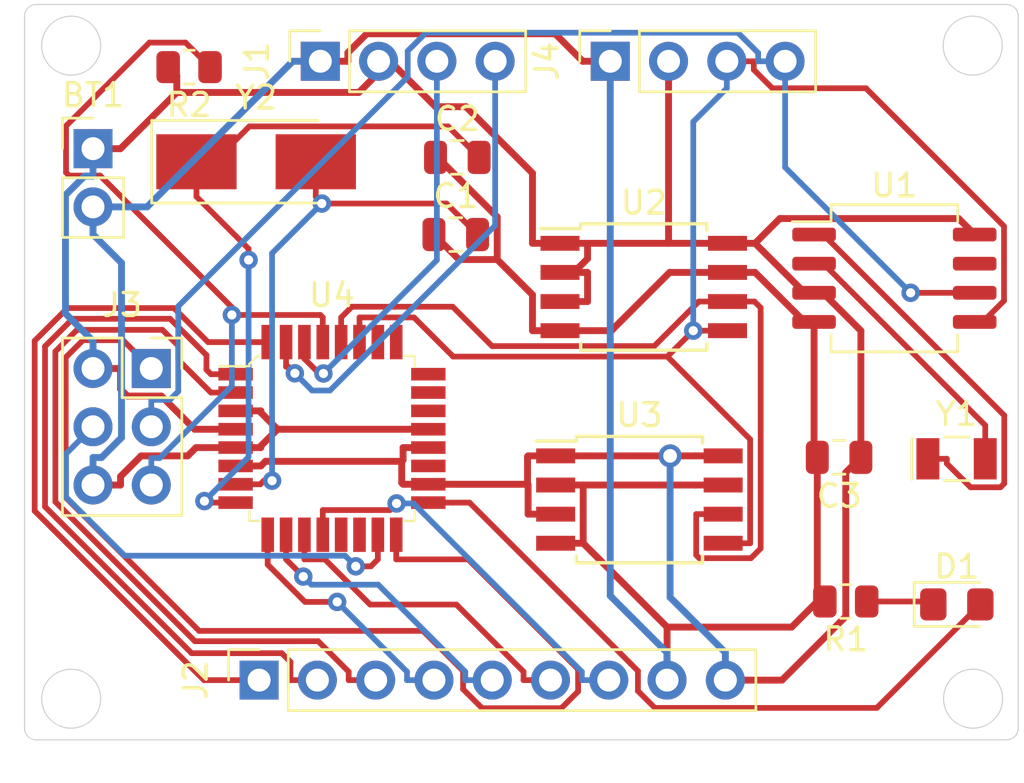
<source format=kicad_pcb>
(kicad_pcb (version 20171130) (host pcbnew 5.1.7-a382d34a8~87~ubuntu20.04.1)

  (general
    (thickness 1.6)
    (drawings 12)
    (tracks 348)
    (zones 0)
    (modules 17)
    (nets 33)
  )

  (page A4)
  (title_block
    (title "Arduino battery powered clone with extended EEPROM and clock")
    (date 2020-11-09)
    (rev 1)
    (comment 1 "Designed by Simon Jalil")
  )

  (layers
    (0 F.Cu signal)
    (1 In1.Cu power)
    (2 In2.Cu power)
    (31 B.Cu signal)
    (32 B.Adhes user)
    (33 F.Adhes user)
    (34 B.Paste user)
    (35 F.Paste user)
    (36 B.SilkS user)
    (37 F.SilkS user)
    (38 B.Mask user)
    (39 F.Mask user)
    (40 Dwgs.User user)
    (41 Cmts.User user)
    (42 Eco1.User user)
    (43 Eco2.User user)
    (44 Edge.Cuts user)
    (45 Margin user)
    (46 B.CrtYd user)
    (47 F.CrtYd user)
    (48 B.Fab user)
    (49 F.Fab user)
  )

  (setup
    (last_trace_width 0.25)
    (user_trace_width 0.3)
    (trace_clearance 0.2)
    (zone_clearance 0.508)
    (zone_45_only no)
    (trace_min 0.2)
    (via_size 0.8)
    (via_drill 0.4)
    (via_min_size 0.4)
    (via_min_drill 0.3)
    (user_via 1 0.6)
    (uvia_size 0.3)
    (uvia_drill 0.1)
    (uvias_allowed no)
    (uvia_min_size 0.2)
    (uvia_min_drill 0.1)
    (edge_width 0.05)
    (segment_width 0.2)
    (pcb_text_width 0.3)
    (pcb_text_size 1.5 1.5)
    (mod_edge_width 0.12)
    (mod_text_size 1 1)
    (mod_text_width 0.15)
    (pad_size 1.524 1.524)
    (pad_drill 0.762)
    (pad_to_mask_clearance 0)
    (aux_axis_origin 0 0)
    (visible_elements FFFFF77F)
    (pcbplotparams
      (layerselection 0x010fc_ffffffff)
      (usegerberextensions false)
      (usegerberattributes true)
      (usegerberadvancedattributes true)
      (creategerberjobfile true)
      (excludeedgelayer true)
      (linewidth 0.100000)
      (plotframeref false)
      (viasonmask false)
      (mode 1)
      (useauxorigin false)
      (hpglpennumber 1)
      (hpglpenspeed 20)
      (hpglpendiameter 15.000000)
      (psnegative false)
      (psa4output false)
      (plotreference true)
      (plotvalue true)
      (plotinvisibletext false)
      (padsonsilk false)
      (subtractmaskfromsilk false)
      (outputformat 1)
      (mirror false)
      (drillshape 1)
      (scaleselection 1)
      (outputdirectory ""))
  )

  (net 0 "")
  (net 1 /Vcc)
  (net 2 GNDPWR)
  (net 3 "Net-(C1-Pad2)")
  (net 4 "Net-(C2-Pad2)")
  (net 5 "Net-(D1-Pad1)")
  (net 6 "Net-(D1-Pad2)")
  (net 7 /TX)
  (net 8 /RX)
  (net 9 /D2)
  (net 10 /D3)
  (net 11 /D4)
  (net 12 /D5)
  (net 13 /D6)
  (net 14 /D7)
  (net 15 /D8)
  (net 16 /MISO)
  (net 17 /SCK)
  (net 18 /MOSI)
  (net 19 /RESET)
  (net 20 /SDA)
  (net 21 "Net-(U1-Pad1)")
  (net 22 "Net-(U1-Pad2)")
  (net 23 "Net-(U1-Pad7)")
  (net 24 /SCL)
  (net 25 "Net-(U4-Pad13)")
  (net 26 "Net-(U4-Pad14)")
  (net 27 "Net-(U4-Pad19)")
  (net 28 "Net-(U4-Pad22)")
  (net 29 "Net-(U4-Pad23)")
  (net 30 "Net-(U4-Pad24)")
  (net 31 "Net-(U4-Pad25)")
  (net 32 "Net-(U4-Pad26)")

  (net_class Default "This is the default net class."
    (clearance 0.2)
    (trace_width 0.25)
    (via_dia 0.8)
    (via_drill 0.4)
    (uvia_dia 0.3)
    (uvia_drill 0.1)
    (add_net /D2)
    (add_net /D3)
    (add_net /D4)
    (add_net /D5)
    (add_net /D6)
    (add_net /D7)
    (add_net /D8)
    (add_net /MISO)
    (add_net /MOSI)
    (add_net /RESET)
    (add_net /RX)
    (add_net /SCK)
    (add_net /SCL)
    (add_net /SDA)
    (add_net /TX)
    (add_net "Net-(C1-Pad2)")
    (add_net "Net-(C2-Pad2)")
    (add_net "Net-(D1-Pad1)")
    (add_net "Net-(D1-Pad2)")
    (add_net "Net-(U1-Pad1)")
    (add_net "Net-(U1-Pad2)")
    (add_net "Net-(U1-Pad7)")
    (add_net "Net-(U4-Pad13)")
    (add_net "Net-(U4-Pad14)")
    (add_net "Net-(U4-Pad19)")
    (add_net "Net-(U4-Pad22)")
    (add_net "Net-(U4-Pad23)")
    (add_net "Net-(U4-Pad24)")
    (add_net "Net-(U4-Pad25)")
    (add_net "Net-(U4-Pad26)")
  )

  (net_class Power ""
    (clearance 0.2)
    (trace_width 0.3)
    (via_dia 1)
    (via_drill 0.6)
    (uvia_dia 0.3)
    (uvia_drill 0.1)
    (add_net /Vcc)
    (add_net GNDPWR)
  )

  (module Connector_PinHeader_2.54mm:PinHeader_1x02_P2.54mm_Vertical (layer F.Cu) (tedit 59FED5CC) (tstamp 5FA9F9ED)
    (at 80.645 50.4825)
    (descr "Through hole straight pin header, 1x02, 2.54mm pitch, single row")
    (tags "Through hole pin header THT 1x02 2.54mm single row")
    (path /5FA8983A)
    (fp_text reference BT1 (at 0 -2.33) (layer F.SilkS)
      (effects (font (size 1 1) (thickness 0.15)))
    )
    (fp_text value "Battery 3V" (at 0 4.87) (layer F.Fab)
      (effects (font (size 1 1) (thickness 0.15)))
    )
    (fp_line (start -0.635 -1.27) (end 1.27 -1.27) (layer F.Fab) (width 0.1))
    (fp_line (start 1.27 -1.27) (end 1.27 3.81) (layer F.Fab) (width 0.1))
    (fp_line (start 1.27 3.81) (end -1.27 3.81) (layer F.Fab) (width 0.1))
    (fp_line (start -1.27 3.81) (end -1.27 -0.635) (layer F.Fab) (width 0.1))
    (fp_line (start -1.27 -0.635) (end -0.635 -1.27) (layer F.Fab) (width 0.1))
    (fp_line (start -1.33 3.87) (end 1.33 3.87) (layer F.SilkS) (width 0.12))
    (fp_line (start -1.33 1.27) (end -1.33 3.87) (layer F.SilkS) (width 0.12))
    (fp_line (start 1.33 1.27) (end 1.33 3.87) (layer F.SilkS) (width 0.12))
    (fp_line (start -1.33 1.27) (end 1.33 1.27) (layer F.SilkS) (width 0.12))
    (fp_line (start -1.33 0) (end -1.33 -1.33) (layer F.SilkS) (width 0.12))
    (fp_line (start -1.33 -1.33) (end 0 -1.33) (layer F.SilkS) (width 0.12))
    (fp_line (start -1.8 -1.8) (end -1.8 4.35) (layer F.CrtYd) (width 0.05))
    (fp_line (start -1.8 4.35) (end 1.8 4.35) (layer F.CrtYd) (width 0.05))
    (fp_line (start 1.8 4.35) (end 1.8 -1.8) (layer F.CrtYd) (width 0.05))
    (fp_line (start 1.8 -1.8) (end -1.8 -1.8) (layer F.CrtYd) (width 0.05))
    (fp_text user %R (at 0 1.27 90) (layer F.Fab)
      (effects (font (size 1 1) (thickness 0.15)))
    )
    (pad 1 thru_hole rect (at 0 0) (size 1.7 1.7) (drill 1) (layers *.Cu *.Mask)
      (net 1 /Vcc))
    (pad 2 thru_hole oval (at 0 2.54) (size 1.7 1.7) (drill 1) (layers *.Cu *.Mask)
      (net 2 GNDPWR))
    (model ${KISYS3DMOD}/Connector_PinHeader_2.54mm.3dshapes/PinHeader_1x02_P2.54mm_Vertical.wrl
      (at (xyz 0 0 0))
      (scale (xyz 1 1 1))
      (rotate (xyz 0 0 0))
    )
  )

  (module Capacitor_SMD:C_0805_2012Metric (layer F.Cu) (tedit 5F68FEEE) (tstamp 5FA9DD89)
    (at 96.454 54.229)
    (descr "Capacitor SMD 0805 (2012 Metric), square (rectangular) end terminal, IPC_7351 nominal, (Body size source: IPC-SM-782 page 76, https://www.pcb-3d.com/wordpress/wp-content/uploads/ipc-sm-782a_amendment_1_and_2.pdf, https://docs.google.com/spreadsheets/d/1BsfQQcO9C6DZCsRaXUlFlo91Tg2WpOkGARC1WS5S8t0/edit?usp=sharing), generated with kicad-footprint-generator")
    (tags capacitor)
    (path /5FA8A147)
    (attr smd)
    (fp_text reference C1 (at 0 -1.68) (layer F.SilkS)
      (effects (font (size 1 1) (thickness 0.15)))
    )
    (fp_text value 22pF (at 0 1.68) (layer F.Fab)
      (effects (font (size 1 1) (thickness 0.15)))
    )
    (fp_line (start -1 0.625) (end -1 -0.625) (layer F.Fab) (width 0.1))
    (fp_line (start -1 -0.625) (end 1 -0.625) (layer F.Fab) (width 0.1))
    (fp_line (start 1 -0.625) (end 1 0.625) (layer F.Fab) (width 0.1))
    (fp_line (start 1 0.625) (end -1 0.625) (layer F.Fab) (width 0.1))
    (fp_line (start -0.261252 -0.735) (end 0.261252 -0.735) (layer F.SilkS) (width 0.12))
    (fp_line (start -0.261252 0.735) (end 0.261252 0.735) (layer F.SilkS) (width 0.12))
    (fp_line (start -1.7 0.98) (end -1.7 -0.98) (layer F.CrtYd) (width 0.05))
    (fp_line (start -1.7 -0.98) (end 1.7 -0.98) (layer F.CrtYd) (width 0.05))
    (fp_line (start 1.7 -0.98) (end 1.7 0.98) (layer F.CrtYd) (width 0.05))
    (fp_line (start 1.7 0.98) (end -1.7 0.98) (layer F.CrtYd) (width 0.05))
    (fp_text user %R (at 0 0) (layer F.Fab)
      (effects (font (size 0.5 0.5) (thickness 0.08)))
    )
    (pad 1 smd roundrect (at -0.95 0) (size 1 1.45) (layers F.Cu F.Paste F.Mask) (roundrect_rratio 0.25)
      (net 2 GNDPWR))
    (pad 2 smd roundrect (at 0.95 0) (size 1 1.45) (layers F.Cu F.Paste F.Mask) (roundrect_rratio 0.25)
      (net 3 "Net-(C1-Pad2)"))
    (model ${KISYS3DMOD}/Capacitor_SMD.3dshapes/C_0805_2012Metric.wrl
      (at (xyz 0 0 0))
      (scale (xyz 1 1 1))
      (rotate (xyz 0 0 0))
    )
  )

  (module Capacitor_SMD:C_0805_2012Metric (layer F.Cu) (tedit 5F68FEEE) (tstamp 5FA9DD9A)
    (at 96.5225 50.8635)
    (descr "Capacitor SMD 0805 (2012 Metric), square (rectangular) end terminal, IPC_7351 nominal, (Body size source: IPC-SM-782 page 76, https://www.pcb-3d.com/wordpress/wp-content/uploads/ipc-sm-782a_amendment_1_and_2.pdf, https://docs.google.com/spreadsheets/d/1BsfQQcO9C6DZCsRaXUlFlo91Tg2WpOkGARC1WS5S8t0/edit?usp=sharing), generated with kicad-footprint-generator")
    (tags capacitor)
    (path /5FA8B653)
    (attr smd)
    (fp_text reference C2 (at 0 -1.68) (layer F.SilkS)
      (effects (font (size 1 1) (thickness 0.15)))
    )
    (fp_text value 22pF (at 0 1.68) (layer F.Fab)
      (effects (font (size 1 1) (thickness 0.15)))
    )
    (fp_line (start 1.7 0.98) (end -1.7 0.98) (layer F.CrtYd) (width 0.05))
    (fp_line (start 1.7 -0.98) (end 1.7 0.98) (layer F.CrtYd) (width 0.05))
    (fp_line (start -1.7 -0.98) (end 1.7 -0.98) (layer F.CrtYd) (width 0.05))
    (fp_line (start -1.7 0.98) (end -1.7 -0.98) (layer F.CrtYd) (width 0.05))
    (fp_line (start -0.261252 0.735) (end 0.261252 0.735) (layer F.SilkS) (width 0.12))
    (fp_line (start -0.261252 -0.735) (end 0.261252 -0.735) (layer F.SilkS) (width 0.12))
    (fp_line (start 1 0.625) (end -1 0.625) (layer F.Fab) (width 0.1))
    (fp_line (start 1 -0.625) (end 1 0.625) (layer F.Fab) (width 0.1))
    (fp_line (start -1 -0.625) (end 1 -0.625) (layer F.Fab) (width 0.1))
    (fp_line (start -1 0.625) (end -1 -0.625) (layer F.Fab) (width 0.1))
    (fp_text user %R (at 0 0) (layer F.Fab)
      (effects (font (size 0.5 0.5) (thickness 0.08)))
    )
    (pad 2 smd roundrect (at 0.95 0) (size 1 1.45) (layers F.Cu F.Paste F.Mask) (roundrect_rratio 0.25)
      (net 4 "Net-(C2-Pad2)"))
    (pad 1 smd roundrect (at -0.95 0) (size 1 1.45) (layers F.Cu F.Paste F.Mask) (roundrect_rratio 0.25)
      (net 2 GNDPWR))
    (model ${KISYS3DMOD}/Capacitor_SMD.3dshapes/C_0805_2012Metric.wrl
      (at (xyz 0 0 0))
      (scale (xyz 1 1 1))
      (rotate (xyz 0 0 0))
    )
  )

  (module Capacitor_SMD:C_0805_2012Metric (layer F.Cu) (tedit 5F68FEEE) (tstamp 5FA9DDAB)
    (at 113.16 63.9445 180)
    (descr "Capacitor SMD 0805 (2012 Metric), square (rectangular) end terminal, IPC_7351 nominal, (Body size source: IPC-SM-782 page 76, https://www.pcb-3d.com/wordpress/wp-content/uploads/ipc-sm-782a_amendment_1_and_2.pdf, https://docs.google.com/spreadsheets/d/1BsfQQcO9C6DZCsRaXUlFlo91Tg2WpOkGARC1WS5S8t0/edit?usp=sharing), generated with kicad-footprint-generator")
    (tags capacitor)
    (path /5FA8BAEB)
    (attr smd)
    (fp_text reference C3 (at 0 -1.68) (layer F.SilkS)
      (effects (font (size 1 1) (thickness 0.15)))
    )
    (fp_text value 10uF (at 0 1.68) (layer F.Fab)
      (effects (font (size 1 1) (thickness 0.15)))
    )
    (fp_line (start -1 0.625) (end -1 -0.625) (layer F.Fab) (width 0.1))
    (fp_line (start -1 -0.625) (end 1 -0.625) (layer F.Fab) (width 0.1))
    (fp_line (start 1 -0.625) (end 1 0.625) (layer F.Fab) (width 0.1))
    (fp_line (start 1 0.625) (end -1 0.625) (layer F.Fab) (width 0.1))
    (fp_line (start -0.261252 -0.735) (end 0.261252 -0.735) (layer F.SilkS) (width 0.12))
    (fp_line (start -0.261252 0.735) (end 0.261252 0.735) (layer F.SilkS) (width 0.12))
    (fp_line (start -1.7 0.98) (end -1.7 -0.98) (layer F.CrtYd) (width 0.05))
    (fp_line (start -1.7 -0.98) (end 1.7 -0.98) (layer F.CrtYd) (width 0.05))
    (fp_line (start 1.7 -0.98) (end 1.7 0.98) (layer F.CrtYd) (width 0.05))
    (fp_line (start 1.7 0.98) (end -1.7 0.98) (layer F.CrtYd) (width 0.05))
    (fp_text user %R (at 0 0) (layer F.Fab)
      (effects (font (size 0.5 0.5) (thickness 0.08)))
    )
    (pad 1 smd roundrect (at -0.95 0 180) (size 1 1.45) (layers F.Cu F.Paste F.Mask) (roundrect_rratio 0.25)
      (net 1 /Vcc))
    (pad 2 smd roundrect (at 0.95 0 180) (size 1 1.45) (layers F.Cu F.Paste F.Mask) (roundrect_rratio 0.25)
      (net 2 GNDPWR))
    (model ${KISYS3DMOD}/Capacitor_SMD.3dshapes/C_0805_2012Metric.wrl
      (at (xyz 0 0 0))
      (scale (xyz 1 1 1))
      (rotate (xyz 0 0 0))
    )
  )

  (module LED_SMD:LED_0805_2012Metric_Pad1.15x1.40mm_HandSolder (layer F.Cu) (tedit 5F68FEF1) (tstamp 5FA9DDBE)
    (at 118.292 70.358)
    (descr "LED SMD 0805 (2012 Metric), square (rectangular) end terminal, IPC_7351 nominal, (Body size source: https://docs.google.com/spreadsheets/d/1BsfQQcO9C6DZCsRaXUlFlo91Tg2WpOkGARC1WS5S8t0/edit?usp=sharing), generated with kicad-footprint-generator")
    (tags "LED handsolder")
    (path /5FA8C83E)
    (attr smd)
    (fp_text reference D1 (at 0 -1.65) (layer F.SilkS)
      (effects (font (size 1 1) (thickness 0.15)))
    )
    (fp_text value LED (at 0 1.65) (layer F.Fab)
      (effects (font (size 1 1) (thickness 0.15)))
    )
    (fp_line (start 1 -0.6) (end -0.7 -0.6) (layer F.Fab) (width 0.1))
    (fp_line (start -0.7 -0.6) (end -1 -0.3) (layer F.Fab) (width 0.1))
    (fp_line (start -1 -0.3) (end -1 0.6) (layer F.Fab) (width 0.1))
    (fp_line (start -1 0.6) (end 1 0.6) (layer F.Fab) (width 0.1))
    (fp_line (start 1 0.6) (end 1 -0.6) (layer F.Fab) (width 0.1))
    (fp_line (start 1 -0.96) (end -1.86 -0.96) (layer F.SilkS) (width 0.12))
    (fp_line (start -1.86 -0.96) (end -1.86 0.96) (layer F.SilkS) (width 0.12))
    (fp_line (start -1.86 0.96) (end 1 0.96) (layer F.SilkS) (width 0.12))
    (fp_line (start -1.85 0.95) (end -1.85 -0.95) (layer F.CrtYd) (width 0.05))
    (fp_line (start -1.85 -0.95) (end 1.85 -0.95) (layer F.CrtYd) (width 0.05))
    (fp_line (start 1.85 -0.95) (end 1.85 0.95) (layer F.CrtYd) (width 0.05))
    (fp_line (start 1.85 0.95) (end -1.85 0.95) (layer F.CrtYd) (width 0.05))
    (fp_text user %R (at 0 0) (layer F.Fab)
      (effects (font (size 0.5 0.5) (thickness 0.08)))
    )
    (pad 1 smd roundrect (at -1.025 0) (size 1.15 1.4) (layers F.Cu F.Paste F.Mask) (roundrect_rratio 0.217391)
      (net 5 "Net-(D1-Pad1)"))
    (pad 2 smd roundrect (at 1.025 0) (size 1.15 1.4) (layers F.Cu F.Paste F.Mask) (roundrect_rratio 0.217391)
      (net 6 "Net-(D1-Pad2)"))
    (model ${KISYS3DMOD}/LED_SMD.3dshapes/LED_0805_2012Metric.wrl
      (at (xyz 0 0 0))
      (scale (xyz 1 1 1))
      (rotate (xyz 0 0 0))
    )
  )

  (module Connector_PinSocket_2.54mm:PinSocket_1x04_P2.54mm_Vertical (layer F.Cu) (tedit 5A19A429) (tstamp 5FA9DDD6)
    (at 90.551 46.6725 90)
    (descr "Through hole straight socket strip, 1x04, 2.54mm pitch, single row (from Kicad 4.0.7), script generated")
    (tags "Through hole socket strip THT 1x04 2.54mm single row")
    (path /5FA91ACF/5FA97BB8)
    (fp_text reference J1 (at 0 -2.77 90) (layer F.SilkS)
      (effects (font (size 1 1) (thickness 0.15)))
    )
    (fp_text value "Serial " (at 0 10.39 90) (layer F.Fab)
      (effects (font (size 1 1) (thickness 0.15)))
    )
    (fp_line (start -1.8 9.4) (end -1.8 -1.8) (layer F.CrtYd) (width 0.05))
    (fp_line (start 1.75 9.4) (end -1.8 9.4) (layer F.CrtYd) (width 0.05))
    (fp_line (start 1.75 -1.8) (end 1.75 9.4) (layer F.CrtYd) (width 0.05))
    (fp_line (start -1.8 -1.8) (end 1.75 -1.8) (layer F.CrtYd) (width 0.05))
    (fp_line (start 0 -1.33) (end 1.33 -1.33) (layer F.SilkS) (width 0.12))
    (fp_line (start 1.33 -1.33) (end 1.33 0) (layer F.SilkS) (width 0.12))
    (fp_line (start 1.33 1.27) (end 1.33 8.95) (layer F.SilkS) (width 0.12))
    (fp_line (start -1.33 8.95) (end 1.33 8.95) (layer F.SilkS) (width 0.12))
    (fp_line (start -1.33 1.27) (end -1.33 8.95) (layer F.SilkS) (width 0.12))
    (fp_line (start -1.33 1.27) (end 1.33 1.27) (layer F.SilkS) (width 0.12))
    (fp_line (start -1.27 8.89) (end -1.27 -1.27) (layer F.Fab) (width 0.1))
    (fp_line (start 1.27 8.89) (end -1.27 8.89) (layer F.Fab) (width 0.1))
    (fp_line (start 1.27 -0.635) (end 1.27 8.89) (layer F.Fab) (width 0.1))
    (fp_line (start 0.635 -1.27) (end 1.27 -0.635) (layer F.Fab) (width 0.1))
    (fp_line (start -1.27 -1.27) (end 0.635 -1.27) (layer F.Fab) (width 0.1))
    (fp_text user %R (at 0 3.81) (layer F.Fab)
      (effects (font (size 1 1) (thickness 0.15)))
    )
    (pad 4 thru_hole oval (at 0 7.62 90) (size 1.7 1.7) (drill 1) (layers *.Cu *.Mask)
      (net 7 /TX))
    (pad 3 thru_hole oval (at 0 5.08 90) (size 1.7 1.7) (drill 1) (layers *.Cu *.Mask)
      (net 8 /RX))
    (pad 2 thru_hole oval (at 0 2.54 90) (size 1.7 1.7) (drill 1) (layers *.Cu *.Mask)
      (net 1 /Vcc))
    (pad 1 thru_hole rect (at 0 0 90) (size 1.7 1.7) (drill 1) (layers *.Cu *.Mask)
      (net 2 GNDPWR))
    (model ${KISYS3DMOD}/Connector_PinSocket_2.54mm.3dshapes/PinSocket_1x04_P2.54mm_Vertical.wrl
      (at (xyz 0 0 0))
      (scale (xyz 1 1 1))
      (rotate (xyz 0 0 0))
    )
  )

  (module Connector_PinSocket_2.54mm:PinSocket_1x09_P2.54mm_Vertical (layer F.Cu) (tedit 5A19A431) (tstamp 5FA9E7F6)
    (at 87.884 73.66 90)
    (descr "Through hole straight socket strip, 1x09, 2.54mm pitch, single row (from Kicad 4.0.7), script generated")
    (tags "Through hole socket strip THT 1x09 2.54mm single row")
    (path /5FA91ACF/5FA96DA0)
    (fp_text reference J2 (at 0 -2.77 90) (layer F.SilkS)
      (effects (font (size 1 1) (thickness 0.15)))
    )
    (fp_text value "Digital pins" (at 0 23.09 90) (layer F.Fab)
      (effects (font (size 1 1) (thickness 0.15)))
    )
    (fp_line (start -1.27 -1.27) (end 0.635 -1.27) (layer F.Fab) (width 0.1))
    (fp_line (start 0.635 -1.27) (end 1.27 -0.635) (layer F.Fab) (width 0.1))
    (fp_line (start 1.27 -0.635) (end 1.27 21.59) (layer F.Fab) (width 0.1))
    (fp_line (start 1.27 21.59) (end -1.27 21.59) (layer F.Fab) (width 0.1))
    (fp_line (start -1.27 21.59) (end -1.27 -1.27) (layer F.Fab) (width 0.1))
    (fp_line (start -1.33 1.27) (end 1.33 1.27) (layer F.SilkS) (width 0.12))
    (fp_line (start -1.33 1.27) (end -1.33 21.65) (layer F.SilkS) (width 0.12))
    (fp_line (start -1.33 21.65) (end 1.33 21.65) (layer F.SilkS) (width 0.12))
    (fp_line (start 1.33 1.27) (end 1.33 21.65) (layer F.SilkS) (width 0.12))
    (fp_line (start 1.33 -1.33) (end 1.33 0) (layer F.SilkS) (width 0.12))
    (fp_line (start 0 -1.33) (end 1.33 -1.33) (layer F.SilkS) (width 0.12))
    (fp_line (start -1.8 -1.8) (end 1.75 -1.8) (layer F.CrtYd) (width 0.05))
    (fp_line (start 1.75 -1.8) (end 1.75 22.1) (layer F.CrtYd) (width 0.05))
    (fp_line (start 1.75 22.1) (end -1.8 22.1) (layer F.CrtYd) (width 0.05))
    (fp_line (start -1.8 22.1) (end -1.8 -1.8) (layer F.CrtYd) (width 0.05))
    (fp_text user %R (at 0 10.16) (layer F.Fab)
      (effects (font (size 1 1) (thickness 0.15)))
    )
    (pad 1 thru_hole rect (at 0 0 90) (size 1.7 1.7) (drill 1) (layers *.Cu *.Mask)
      (net 9 /D2))
    (pad 2 thru_hole oval (at 0 2.54 90) (size 1.7 1.7) (drill 1) (layers *.Cu *.Mask)
      (net 10 /D3))
    (pad 3 thru_hole oval (at 0 5.08 90) (size 1.7 1.7) (drill 1) (layers *.Cu *.Mask)
      (net 11 /D4))
    (pad 4 thru_hole oval (at 0 7.62 90) (size 1.7 1.7) (drill 1) (layers *.Cu *.Mask)
      (net 12 /D5))
    (pad 5 thru_hole oval (at 0 10.16 90) (size 1.7 1.7) (drill 1) (layers *.Cu *.Mask)
      (net 13 /D6))
    (pad 6 thru_hole oval (at 0 12.7 90) (size 1.7 1.7) (drill 1) (layers *.Cu *.Mask)
      (net 14 /D7))
    (pad 7 thru_hole oval (at 0 15.24 90) (size 1.7 1.7) (drill 1) (layers *.Cu *.Mask)
      (net 15 /D8))
    (pad 8 thru_hole oval (at 0 17.78 90) (size 1.7 1.7) (drill 1) (layers *.Cu *.Mask)
      (net 2 GNDPWR))
    (pad 9 thru_hole oval (at 0 20.32 90) (size 1.7 1.7) (drill 1) (layers *.Cu *.Mask)
      (net 1 /Vcc))
    (model ${KISYS3DMOD}/Connector_PinSocket_2.54mm.3dshapes/PinSocket_1x09_P2.54mm_Vertical.wrl
      (at (xyz 0 0 0))
      (scale (xyz 1 1 1))
      (rotate (xyz 0 0 0))
    )
  )

  (module Connector_PinSocket_2.54mm:PinSocket_2x03_P2.54mm_Vertical (layer F.Cu) (tedit 5A19A425) (tstamp 5FA9DE0F)
    (at 83.185 60.071)
    (descr "Through hole straight socket strip, 2x03, 2.54mm pitch, double cols (from Kicad 4.0.7), script generated")
    (tags "Through hole socket strip THT 2x03 2.54mm double row")
    (path /5FA91ACF/5FA98504)
    (fp_text reference J3 (at -1.27 -2.77) (layer F.SilkS)
      (effects (font (size 1 1) (thickness 0.15)))
    )
    (fp_text value ICSP (at -1.27 7.85) (layer F.Fab)
      (effects (font (size 1 1) (thickness 0.15)))
    )
    (fp_line (start -3.81 -1.27) (end 0.27 -1.27) (layer F.Fab) (width 0.1))
    (fp_line (start 0.27 -1.27) (end 1.27 -0.27) (layer F.Fab) (width 0.1))
    (fp_line (start 1.27 -0.27) (end 1.27 6.35) (layer F.Fab) (width 0.1))
    (fp_line (start 1.27 6.35) (end -3.81 6.35) (layer F.Fab) (width 0.1))
    (fp_line (start -3.81 6.35) (end -3.81 -1.27) (layer F.Fab) (width 0.1))
    (fp_line (start -3.87 -1.33) (end -1.27 -1.33) (layer F.SilkS) (width 0.12))
    (fp_line (start -3.87 -1.33) (end -3.87 6.41) (layer F.SilkS) (width 0.12))
    (fp_line (start -3.87 6.41) (end 1.33 6.41) (layer F.SilkS) (width 0.12))
    (fp_line (start 1.33 1.27) (end 1.33 6.41) (layer F.SilkS) (width 0.12))
    (fp_line (start -1.27 1.27) (end 1.33 1.27) (layer F.SilkS) (width 0.12))
    (fp_line (start -1.27 -1.33) (end -1.27 1.27) (layer F.SilkS) (width 0.12))
    (fp_line (start 1.33 -1.33) (end 1.33 0) (layer F.SilkS) (width 0.12))
    (fp_line (start 0 -1.33) (end 1.33 -1.33) (layer F.SilkS) (width 0.12))
    (fp_line (start -4.34 -1.8) (end 1.76 -1.8) (layer F.CrtYd) (width 0.05))
    (fp_line (start 1.76 -1.8) (end 1.76 6.85) (layer F.CrtYd) (width 0.05))
    (fp_line (start 1.76 6.85) (end -4.34 6.85) (layer F.CrtYd) (width 0.05))
    (fp_line (start -4.34 6.85) (end -4.34 -1.8) (layer F.CrtYd) (width 0.05))
    (fp_text user %R (at -1.27 2.54 90) (layer F.Fab)
      (effects (font (size 1 1) (thickness 0.15)))
    )
    (pad 1 thru_hole rect (at 0 0) (size 1.7 1.7) (drill 1) (layers *.Cu *.Mask)
      (net 16 /MISO))
    (pad 2 thru_hole oval (at -2.54 0) (size 1.7 1.7) (drill 1) (layers *.Cu *.Mask)
      (net 1 /Vcc))
    (pad 3 thru_hole oval (at 0 2.54) (size 1.7 1.7) (drill 1) (layers *.Cu *.Mask)
      (net 17 /SCK))
    (pad 4 thru_hole oval (at -2.54 2.54) (size 1.7 1.7) (drill 1) (layers *.Cu *.Mask)
      (net 18 /MOSI))
    (pad 5 thru_hole oval (at 0 5.08) (size 1.7 1.7) (drill 1) (layers *.Cu *.Mask)
      (net 19 /RESET))
    (pad 6 thru_hole oval (at -2.54 5.08) (size 1.7 1.7) (drill 1) (layers *.Cu *.Mask)
      (net 2 GNDPWR))
    (model ${KISYS3DMOD}/Connector_PinSocket_2.54mm.3dshapes/PinSocket_2x03_P2.54mm_Vertical.wrl
      (at (xyz 0 0 0))
      (scale (xyz 1 1 1))
      (rotate (xyz 0 0 0))
    )
  )

  (module Connector_PinSocket_2.54mm:PinSocket_1x04_P2.54mm_Vertical (layer F.Cu) (tedit 5A19A429) (tstamp 5FA9EF4F)
    (at 103.188 46.6725 90)
    (descr "Through hole straight socket strip, 1x04, 2.54mm pitch, single row (from Kicad 4.0.7), script generated")
    (tags "Through hole socket strip THT 1x04 2.54mm single row")
    (path /5FA91ACF/5FA99251)
    (fp_text reference J4 (at 0 -2.77 90) (layer F.SilkS)
      (effects (font (size 1 1) (thickness 0.15)))
    )
    (fp_text value I2C (at 0 10.39 90) (layer F.Fab)
      (effects (font (size 1 1) (thickness 0.15)))
    )
    (fp_line (start -1.27 -1.27) (end 0.635 -1.27) (layer F.Fab) (width 0.1))
    (fp_line (start 0.635 -1.27) (end 1.27 -0.635) (layer F.Fab) (width 0.1))
    (fp_line (start 1.27 -0.635) (end 1.27 8.89) (layer F.Fab) (width 0.1))
    (fp_line (start 1.27 8.89) (end -1.27 8.89) (layer F.Fab) (width 0.1))
    (fp_line (start -1.27 8.89) (end -1.27 -1.27) (layer F.Fab) (width 0.1))
    (fp_line (start -1.33 1.27) (end 1.33 1.27) (layer F.SilkS) (width 0.12))
    (fp_line (start -1.33 1.27) (end -1.33 8.95) (layer F.SilkS) (width 0.12))
    (fp_line (start -1.33 8.95) (end 1.33 8.95) (layer F.SilkS) (width 0.12))
    (fp_line (start 1.33 1.27) (end 1.33 8.95) (layer F.SilkS) (width 0.12))
    (fp_line (start 1.33 -1.33) (end 1.33 0) (layer F.SilkS) (width 0.12))
    (fp_line (start 0 -1.33) (end 1.33 -1.33) (layer F.SilkS) (width 0.12))
    (fp_line (start -1.8 -1.8) (end 1.75 -1.8) (layer F.CrtYd) (width 0.05))
    (fp_line (start 1.75 -1.8) (end 1.75 9.4) (layer F.CrtYd) (width 0.05))
    (fp_line (start 1.75 9.4) (end -1.8 9.4) (layer F.CrtYd) (width 0.05))
    (fp_line (start -1.8 9.4) (end -1.8 -1.8) (layer F.CrtYd) (width 0.05))
    (fp_text user %R (at 0 3.81) (layer F.Fab)
      (effects (font (size 1 1) (thickness 0.15)))
    )
    (pad 1 thru_hole rect (at 0 0 90) (size 1.7 1.7) (drill 1) (layers *.Cu *.Mask)
      (net 2 GNDPWR))
    (pad 2 thru_hole oval (at 0 2.54 90) (size 1.7 1.7) (drill 1) (layers *.Cu *.Mask)
      (net 1 /Vcc))
    (pad 3 thru_hole oval (at 0 5.08 90) (size 1.7 1.7) (drill 1) (layers *.Cu *.Mask)
      (net 20 /SDA))
    (pad 4 thru_hole oval (at 0 7.62 90) (size 1.7 1.7) (drill 1) (layers *.Cu *.Mask)
      (net 17 /SCK))
    (model ${KISYS3DMOD}/Connector_PinSocket_2.54mm.3dshapes/PinSocket_1x04_P2.54mm_Vertical.wrl
      (at (xyz 0 0 0))
      (scale (xyz 1 1 1))
      (rotate (xyz 0 0 0))
    )
  )

  (module Resistor_SMD:R_0805_2012Metric (layer F.Cu) (tedit 5F68FEEE) (tstamp 5FA9F5F9)
    (at 113.451 70.231 180)
    (descr "Resistor SMD 0805 (2012 Metric), square (rectangular) end terminal, IPC_7351 nominal, (Body size source: IPC-SM-782 page 72, https://www.pcb-3d.com/wordpress/wp-content/uploads/ipc-sm-782a_amendment_1_and_2.pdf), generated with kicad-footprint-generator")
    (tags resistor)
    (path /5FA8D2E3)
    (attr smd)
    (fp_text reference R1 (at 0 -1.65) (layer F.SilkS)
      (effects (font (size 1 1) (thickness 0.15)))
    )
    (fp_text value 330Omh (at 0 1.65) (layer F.Fab)
      (effects (font (size 1 1) (thickness 0.15)))
    )
    (fp_line (start -1 0.625) (end -1 -0.625) (layer F.Fab) (width 0.1))
    (fp_line (start -1 -0.625) (end 1 -0.625) (layer F.Fab) (width 0.1))
    (fp_line (start 1 -0.625) (end 1 0.625) (layer F.Fab) (width 0.1))
    (fp_line (start 1 0.625) (end -1 0.625) (layer F.Fab) (width 0.1))
    (fp_line (start -0.227064 -0.735) (end 0.227064 -0.735) (layer F.SilkS) (width 0.12))
    (fp_line (start -0.227064 0.735) (end 0.227064 0.735) (layer F.SilkS) (width 0.12))
    (fp_line (start -1.68 0.95) (end -1.68 -0.95) (layer F.CrtYd) (width 0.05))
    (fp_line (start -1.68 -0.95) (end 1.68 -0.95) (layer F.CrtYd) (width 0.05))
    (fp_line (start 1.68 -0.95) (end 1.68 0.95) (layer F.CrtYd) (width 0.05))
    (fp_line (start 1.68 0.95) (end -1.68 0.95) (layer F.CrtYd) (width 0.05))
    (fp_text user %R (at 0 0) (layer F.Fab)
      (effects (font (size 0.5 0.5) (thickness 0.08)))
    )
    (pad 1 smd roundrect (at -0.9125 0 180) (size 1.025 1.4) (layers F.Cu F.Paste F.Mask) (roundrect_rratio 0.243902)
      (net 5 "Net-(D1-Pad1)"))
    (pad 2 smd roundrect (at 0.9125 0 180) (size 1.025 1.4) (layers F.Cu F.Paste F.Mask) (roundrect_rratio 0.243902)
      (net 2 GNDPWR))
    (model ${KISYS3DMOD}/Resistor_SMD.3dshapes/R_0805_2012Metric.wrl
      (at (xyz 0 0 0))
      (scale (xyz 1 1 1))
      (rotate (xyz 0 0 0))
    )
  )

  (module Resistor_SMD:R_0805_2012Metric (layer F.Cu) (tedit 5F68FEEE) (tstamp 5FA9DE49)
    (at 84.8335 46.9265 180)
    (descr "Resistor SMD 0805 (2012 Metric), square (rectangular) end terminal, IPC_7351 nominal, (Body size source: IPC-SM-782 page 72, https://www.pcb-3d.com/wordpress/wp-content/uploads/ipc-sm-782a_amendment_1_and_2.pdf), generated with kicad-footprint-generator")
    (tags resistor)
    (path /5FA8D6C5)
    (attr smd)
    (fp_text reference R2 (at 0 -1.65) (layer F.SilkS)
      (effects (font (size 1 1) (thickness 0.15)))
    )
    (fp_text value 10KOhm (at 0 1.65) (layer F.Fab)
      (effects (font (size 1 1) (thickness 0.15)))
    )
    (fp_line (start 1.68 0.95) (end -1.68 0.95) (layer F.CrtYd) (width 0.05))
    (fp_line (start 1.68 -0.95) (end 1.68 0.95) (layer F.CrtYd) (width 0.05))
    (fp_line (start -1.68 -0.95) (end 1.68 -0.95) (layer F.CrtYd) (width 0.05))
    (fp_line (start -1.68 0.95) (end -1.68 -0.95) (layer F.CrtYd) (width 0.05))
    (fp_line (start -0.227064 0.735) (end 0.227064 0.735) (layer F.SilkS) (width 0.12))
    (fp_line (start -0.227064 -0.735) (end 0.227064 -0.735) (layer F.SilkS) (width 0.12))
    (fp_line (start 1 0.625) (end -1 0.625) (layer F.Fab) (width 0.1))
    (fp_line (start 1 -0.625) (end 1 0.625) (layer F.Fab) (width 0.1))
    (fp_line (start -1 -0.625) (end 1 -0.625) (layer F.Fab) (width 0.1))
    (fp_line (start -1 0.625) (end -1 -0.625) (layer F.Fab) (width 0.1))
    (fp_text user %R (at 0 0) (layer F.Fab)
      (effects (font (size 0.5 0.5) (thickness 0.08)))
    )
    (pad 2 smd roundrect (at 0.9125 0 180) (size 1.025 1.4) (layers F.Cu F.Paste F.Mask) (roundrect_rratio 0.243902)
      (net 1 /Vcc))
    (pad 1 smd roundrect (at -0.9125 0 180) (size 1.025 1.4) (layers F.Cu F.Paste F.Mask) (roundrect_rratio 0.243902)
      (net 19 /RESET))
    (model ${KISYS3DMOD}/Resistor_SMD.3dshapes/R_0805_2012Metric.wrl
      (at (xyz 0 0 0))
      (scale (xyz 1 1 1))
      (rotate (xyz 0 0 0))
    )
  )

  (module Package_SO:SO-8_5.3x6.2mm_P1.27mm (layer F.Cu) (tedit 5EA5315B) (tstamp 5FA9E438)
    (at 115.57 56.134)
    (descr "SO, 8 Pin (https://www.ti.com/lit/ml/msop001a/msop001a.pdf), generated with kicad-footprint-generator ipc_gullwing_generator.py")
    (tags "SO SO")
    (path /5FA9DB43)
    (attr smd)
    (fp_text reference U1 (at 0 -4.05) (layer F.SilkS)
      (effects (font (size 1 1) (thickness 0.15)))
    )
    (fp_text value DS1337S+ (at 0 4.05) (layer F.Fab)
      (effects (font (size 1 1) (thickness 0.15)))
    )
    (fp_line (start 0 3.21) (end 2.76 3.21) (layer F.SilkS) (width 0.12))
    (fp_line (start 2.76 3.21) (end 2.76 2.465) (layer F.SilkS) (width 0.12))
    (fp_line (start 0 3.21) (end -2.76 3.21) (layer F.SilkS) (width 0.12))
    (fp_line (start -2.76 3.21) (end -2.76 2.465) (layer F.SilkS) (width 0.12))
    (fp_line (start 0 -3.21) (end 2.76 -3.21) (layer F.SilkS) (width 0.12))
    (fp_line (start 2.76 -3.21) (end 2.76 -2.465) (layer F.SilkS) (width 0.12))
    (fp_line (start 0 -3.21) (end -2.76 -3.21) (layer F.SilkS) (width 0.12))
    (fp_line (start -2.76 -3.21) (end -2.76 -2.465) (layer F.SilkS) (width 0.12))
    (fp_line (start -2.76 -2.465) (end -4.45 -2.465) (layer F.SilkS) (width 0.12))
    (fp_line (start -1.65 -3.1) (end 2.65 -3.1) (layer F.Fab) (width 0.1))
    (fp_line (start 2.65 -3.1) (end 2.65 3.1) (layer F.Fab) (width 0.1))
    (fp_line (start 2.65 3.1) (end -2.65 3.1) (layer F.Fab) (width 0.1))
    (fp_line (start -2.65 3.1) (end -2.65 -2.1) (layer F.Fab) (width 0.1))
    (fp_line (start -2.65 -2.1) (end -1.65 -3.1) (layer F.Fab) (width 0.1))
    (fp_line (start -4.7 -3.35) (end -4.7 3.35) (layer F.CrtYd) (width 0.05))
    (fp_line (start -4.7 3.35) (end 4.7 3.35) (layer F.CrtYd) (width 0.05))
    (fp_line (start 4.7 3.35) (end 4.7 -3.35) (layer F.CrtYd) (width 0.05))
    (fp_line (start 4.7 -3.35) (end -4.7 -3.35) (layer F.CrtYd) (width 0.05))
    (fp_text user %R (at 0 0) (layer F.Fab)
      (effects (font (size 1 1) (thickness 0.15)))
    )
    (pad 1 smd roundrect (at -3.5 -1.905) (size 1.9 0.6) (layers F.Cu F.Paste F.Mask) (roundrect_rratio 0.25)
      (net 21 "Net-(U1-Pad1)"))
    (pad 2 smd roundrect (at -3.5 -0.635) (size 1.9 0.6) (layers F.Cu F.Paste F.Mask) (roundrect_rratio 0.25)
      (net 22 "Net-(U1-Pad2)"))
    (pad 3 smd roundrect (at -3.5 0.635) (size 1.9 0.6) (layers F.Cu F.Paste F.Mask) (roundrect_rratio 0.25)
      (net 1 /Vcc))
    (pad 4 smd roundrect (at -3.5 1.905) (size 1.9 0.6) (layers F.Cu F.Paste F.Mask) (roundrect_rratio 0.25)
      (net 2 GNDPWR))
    (pad 5 smd roundrect (at 3.5 1.905) (size 1.9 0.6) (layers F.Cu F.Paste F.Mask) (roundrect_rratio 0.25)
      (net 20 /SDA))
    (pad 6 smd roundrect (at 3.5 0.635) (size 1.9 0.6) (layers F.Cu F.Paste F.Mask) (roundrect_rratio 0.25)
      (net 17 /SCK))
    (pad 7 smd roundrect (at 3.5 -0.635) (size 1.9 0.6) (layers F.Cu F.Paste F.Mask) (roundrect_rratio 0.25)
      (net 23 "Net-(U1-Pad7)"))
    (pad 8 smd roundrect (at 3.5 -1.905) (size 1.9 0.6) (layers F.Cu F.Paste F.Mask) (roundrect_rratio 0.25)
      (net 1 /Vcc))
    (model ${KISYS3DMOD}/Package_SO.3dshapes/SO-8_5.3x6.2mm_P1.27mm.wrl
      (at (xyz 0 0 0))
      (scale (xyz 1 1 1))
      (rotate (xyz 0 0 0))
    )
  )

  (module Package_SO:SOIJ-8_5.3x5.3mm_P1.27mm (layer F.Cu) (tedit 5A02F2D3) (tstamp 5FA9DE85)
    (at 104.648 56.515)
    (descr "8-Lead Plastic Small Outline (SM) - Medium, 5.28 mm Body [SOIC] (see Microchip Packaging Specification 00000049BS.pdf)")
    (tags "SOIC 1.27")
    (path /5FA8E9C2)
    (attr smd)
    (fp_text reference U2 (at 0 -3.68) (layer F.SilkS)
      (effects (font (size 1 1) (thickness 0.15)))
    )
    (fp_text value 24LC1025 (at 0 3.68) (layer F.Fab)
      (effects (font (size 1 1) (thickness 0.15)))
    )
    (fp_line (start -1.65 -2.65) (end 2.65 -2.65) (layer F.Fab) (width 0.15))
    (fp_line (start 2.65 -2.65) (end 2.65 2.65) (layer F.Fab) (width 0.15))
    (fp_line (start 2.65 2.65) (end -2.65 2.65) (layer F.Fab) (width 0.15))
    (fp_line (start -2.65 2.65) (end -2.65 -1.65) (layer F.Fab) (width 0.15))
    (fp_line (start -2.65 -1.65) (end -1.65 -2.65) (layer F.Fab) (width 0.15))
    (fp_line (start -4.75 -2.95) (end -4.75 2.95) (layer F.CrtYd) (width 0.05))
    (fp_line (start 4.75 -2.95) (end 4.75 2.95) (layer F.CrtYd) (width 0.05))
    (fp_line (start -4.75 -2.95) (end 4.75 -2.95) (layer F.CrtYd) (width 0.05))
    (fp_line (start -4.75 2.95) (end 4.75 2.95) (layer F.CrtYd) (width 0.05))
    (fp_line (start -2.75 -2.755) (end -2.75 -2.55) (layer F.SilkS) (width 0.15))
    (fp_line (start 2.75 -2.755) (end 2.75 -2.455) (layer F.SilkS) (width 0.15))
    (fp_line (start 2.75 2.755) (end 2.75 2.455) (layer F.SilkS) (width 0.15))
    (fp_line (start -2.75 2.755) (end -2.75 2.455) (layer F.SilkS) (width 0.15))
    (fp_line (start -2.75 -2.755) (end 2.75 -2.755) (layer F.SilkS) (width 0.15))
    (fp_line (start -2.75 2.755) (end 2.75 2.755) (layer F.SilkS) (width 0.15))
    (fp_line (start -2.75 -2.55) (end -4.5 -2.55) (layer F.SilkS) (width 0.15))
    (fp_text user %R (at 0 0) (layer F.Fab)
      (effects (font (size 1 1) (thickness 0.15)))
    )
    (pad 1 smd rect (at -3.65 -1.905) (size 1.7 0.65) (layers F.Cu F.Paste F.Mask)
      (net 1 /Vcc))
    (pad 2 smd rect (at -3.65 -0.635) (size 1.7 0.65) (layers F.Cu F.Paste F.Mask)
      (net 1 /Vcc))
    (pad 3 smd rect (at -3.65 0.635) (size 1.7 0.65) (layers F.Cu F.Paste F.Mask)
      (net 1 /Vcc))
    (pad 4 smd rect (at -3.65 1.905) (size 1.7 0.65) (layers F.Cu F.Paste F.Mask)
      (net 2 GNDPWR))
    (pad 5 smd rect (at 3.65 1.905) (size 1.7 0.65) (layers F.Cu F.Paste F.Mask)
      (net 20 /SDA))
    (pad 6 smd rect (at 3.65 0.635) (size 1.7 0.65) (layers F.Cu F.Paste F.Mask)
      (net 24 /SCL))
    (pad 7 smd rect (at 3.65 -0.635) (size 1.7 0.65) (layers F.Cu F.Paste F.Mask)
      (net 2 GNDPWR))
    (pad 8 smd rect (at 3.65 -1.905) (size 1.7 0.65) (layers F.Cu F.Paste F.Mask)
      (net 1 /Vcc))
    (model ${KISYS3DMOD}/Package_SO.3dshapes/SOIJ-8_5.3x5.3mm_P1.27mm.wrl
      (at (xyz 0 0 0))
      (scale (xyz 1 1 1))
      (rotate (xyz 0 0 0))
    )
  )

  (module Package_SO:SOIJ-8_5.3x5.3mm_P1.27mm (layer F.Cu) (tedit 5A02F2D3) (tstamp 5FA9FD77)
    (at 104.458 65.786)
    (descr "8-Lead Plastic Small Outline (SM) - Medium, 5.28 mm Body [SOIC] (see Microchip Packaging Specification 00000049BS.pdf)")
    (tags "SOIC 1.27")
    (path /5FAB556E)
    (attr smd)
    (fp_text reference U3 (at 0 -3.68) (layer F.SilkS)
      (effects (font (size 1 1) (thickness 0.15)))
    )
    (fp_text value 24LC1025 (at 0 3.68) (layer F.Fab)
      (effects (font (size 1 1) (thickness 0.15)))
    )
    (fp_line (start -2.75 -2.55) (end -4.5 -2.55) (layer F.SilkS) (width 0.15))
    (fp_line (start -2.75 2.755) (end 2.75 2.755) (layer F.SilkS) (width 0.15))
    (fp_line (start -2.75 -2.755) (end 2.75 -2.755) (layer F.SilkS) (width 0.15))
    (fp_line (start -2.75 2.755) (end -2.75 2.455) (layer F.SilkS) (width 0.15))
    (fp_line (start 2.75 2.755) (end 2.75 2.455) (layer F.SilkS) (width 0.15))
    (fp_line (start 2.75 -2.755) (end 2.75 -2.455) (layer F.SilkS) (width 0.15))
    (fp_line (start -2.75 -2.755) (end -2.75 -2.55) (layer F.SilkS) (width 0.15))
    (fp_line (start -4.75 2.95) (end 4.75 2.95) (layer F.CrtYd) (width 0.05))
    (fp_line (start -4.75 -2.95) (end 4.75 -2.95) (layer F.CrtYd) (width 0.05))
    (fp_line (start 4.75 -2.95) (end 4.75 2.95) (layer F.CrtYd) (width 0.05))
    (fp_line (start -4.75 -2.95) (end -4.75 2.95) (layer F.CrtYd) (width 0.05))
    (fp_line (start -2.65 -1.65) (end -1.65 -2.65) (layer F.Fab) (width 0.15))
    (fp_line (start -2.65 2.65) (end -2.65 -1.65) (layer F.Fab) (width 0.15))
    (fp_line (start 2.65 2.65) (end -2.65 2.65) (layer F.Fab) (width 0.15))
    (fp_line (start 2.65 -2.65) (end 2.65 2.65) (layer F.Fab) (width 0.15))
    (fp_line (start -1.65 -2.65) (end 2.65 -2.65) (layer F.Fab) (width 0.15))
    (fp_text user %R (at 0 0) (layer F.Fab)
      (effects (font (size 1 1) (thickness 0.15)))
    )
    (pad 8 smd rect (at 3.65 -1.905) (size 1.7 0.65) (layers F.Cu F.Paste F.Mask)
      (net 1 /Vcc))
    (pad 7 smd rect (at 3.65 -0.635) (size 1.7 0.65) (layers F.Cu F.Paste F.Mask)
      (net 2 GNDPWR))
    (pad 6 smd rect (at 3.65 0.635) (size 1.7 0.65) (layers F.Cu F.Paste F.Mask)
      (net 24 /SCL))
    (pad 5 smd rect (at 3.65 1.905) (size 1.7 0.65) (layers F.Cu F.Paste F.Mask)
      (net 20 /SDA))
    (pad 4 smd rect (at -3.65 1.905) (size 1.7 0.65) (layers F.Cu F.Paste F.Mask)
      (net 2 GNDPWR))
    (pad 3 smd rect (at -3.65 0.635) (size 1.7 0.65) (layers F.Cu F.Paste F.Mask)
      (net 1 /Vcc))
    (pad 2 smd rect (at -3.65 -0.635) (size 1.7 0.65) (layers F.Cu F.Paste F.Mask)
      (net 2 GNDPWR))
    (pad 1 smd rect (at -3.65 -1.905) (size 1.7 0.65) (layers F.Cu F.Paste F.Mask)
      (net 1 /Vcc))
    (model ${KISYS3DMOD}/Package_SO.3dshapes/SOIJ-8_5.3x5.3mm_P1.27mm.wrl
      (at (xyz 0 0 0))
      (scale (xyz 1 1 1))
      (rotate (xyz 0 0 0))
    )
  )

  (module digikey-footprints:TQFP-32_7x7mm (layer F.Cu) (tedit 5D28AA5E) (tstamp 5FA9E988)
    (at 91.059 63.119)
    (descr http://www.atmel.com/Images/Atmel-8826-SEEPROM-PCB-Mounting-Guidelines-Surface-Mount-Packages-ApplicationNote.pdf)
    (path /5FA9AF90)
    (attr smd)
    (fp_text reference U4 (at 0 -6.25) (layer F.SilkS)
      (effects (font (size 1 1) (thickness 0.15)))
    )
    (fp_text value ATMEGA328P-AU (at 0 6.2) (layer F.Fab)
      (effects (font (size 1 1) (thickness 0.15)))
    )
    (fp_line (start -5.2 5.2) (end 5.2 5.2) (layer F.CrtYd) (width 0.05))
    (fp_line (start -5.2 -5.2) (end -5.2 5.2) (layer F.CrtYd) (width 0.05))
    (fp_line (start 5.2 -5.2) (end 5.2 5.2) (layer F.CrtYd) (width 0.05))
    (fp_line (start -5.2 -5.2) (end 5.2 -5.2) (layer F.CrtYd) (width 0.05))
    (fp_line (start -3.15 -3.6) (end -3.25 -3.6) (layer F.SilkS) (width 0.1))
    (fp_line (start -3.25 -3.6) (end -3.6 -3.25) (layer F.SilkS) (width 0.1))
    (fp_line (start -3.6 -3.25) (end -3.6 -3.15) (layer F.SilkS) (width 0.1))
    (fp_line (start -3.6 -3.15) (end -4.9 -3.15) (layer F.SilkS) (width 0.1))
    (fp_line (start 3.6 -3.6) (end 3.15 -3.6) (layer F.SilkS) (width 0.1))
    (fp_line (start 3.6 -3.6) (end 3.6 -3.15) (layer F.SilkS) (width 0.1))
    (fp_line (start 3.6 3.6) (end 3.6 3.15) (layer F.SilkS) (width 0.1))
    (fp_line (start 3.6 3.6) (end 3.15 3.6) (layer F.SilkS) (width 0.1))
    (fp_line (start -3.6 3.6) (end -3.15 3.6) (layer F.SilkS) (width 0.1))
    (fp_line (start -3.6 3.6) (end -3.6 3.15) (layer F.SilkS) (width 0.1))
    (fp_line (start -3.5 -3.2) (end -3.5 3.5) (layer F.Fab) (width 0.1))
    (fp_line (start -3.2 -3.5) (end 3.5 -3.5) (layer F.Fab) (width 0.1))
    (fp_line (start -3.5 -3.2) (end -3.2 -3.5) (layer F.Fab) (width 0.1))
    (fp_line (start -3.5 3.5) (end 3.5 3.5) (layer F.Fab) (width 0.1))
    (fp_line (start 3.5 -3.5) (end 3.5 3.5) (layer F.Fab) (width 0.1))
    (fp_text user %R (at 0 0) (layer F.Fab)
      (effects (font (size 1 1) (thickness 0.15)))
    )
    (pad 9 smd rect (at -2.8 4.2) (size 0.55 1.5) (layers F.Cu F.Paste F.Mask)
      (net 12 /D5))
    (pad 1 smd rect (at -4.2 -2.8) (size 1.5 0.55) (layers F.Cu F.Paste F.Mask)
      (net 10 /D3))
    (pad 2 smd rect (at -4.2 -2) (size 1.5 0.55) (layers F.Cu F.Paste F.Mask)
      (net 11 /D4))
    (pad 3 smd rect (at -4.2 -1.2) (size 1.5 0.55) (layers F.Cu F.Paste F.Mask)
      (net 2 GNDPWR))
    (pad 4 smd rect (at -4.2 -0.4) (size 1.5 0.55) (layers F.Cu F.Paste F.Mask)
      (net 1 /Vcc))
    (pad 5 smd rect (at -4.2 0.4) (size 1.5 0.55) (layers F.Cu F.Paste F.Mask)
      (net 2 GNDPWR))
    (pad 6 smd rect (at -4.2 1.2) (size 1.5 0.55) (layers F.Cu F.Paste F.Mask)
      (net 1 /Vcc))
    (pad 7 smd rect (at -4.2 2) (size 1.5 0.55) (layers F.Cu F.Paste F.Mask)
      (net 3 "Net-(C1-Pad2)"))
    (pad 8 smd rect (at -4.2 2.8) (size 1.5 0.55) (layers F.Cu F.Paste F.Mask)
      (net 4 "Net-(C2-Pad2)"))
    (pad 10 smd rect (at -2 4.2) (size 0.55 1.5) (layers F.Cu F.Paste F.Mask)
      (net 13 /D6))
    (pad 11 smd rect (at -1.2 4.2) (size 0.55 1.5) (layers F.Cu F.Paste F.Mask)
      (net 14 /D7))
    (pad 12 smd rect (at -0.4 4.2) (size 0.55 1.5) (layers F.Cu F.Paste F.Mask)
      (net 15 /D8))
    (pad 13 smd rect (at 0.4 4.2) (size 0.55 1.5) (layers F.Cu F.Paste F.Mask)
      (net 25 "Net-(U4-Pad13)"))
    (pad 14 smd rect (at 1.2 4.2) (size 0.55 1.5) (layers F.Cu F.Paste F.Mask)
      (net 26 "Net-(U4-Pad14)"))
    (pad 15 smd rect (at 2 4.2) (size 0.55 1.5) (layers F.Cu F.Paste F.Mask)
      (net 18 /MOSI))
    (pad 16 smd rect (at 2.8 4.2) (size 0.55 1.5) (layers F.Cu F.Paste F.Mask)
      (net 16 /MISO))
    (pad 17 smd rect (at 4.2 2.8) (size 1.5 0.55) (layers F.Cu F.Paste F.Mask)
      (net 6 "Net-(D1-Pad2)"))
    (pad 18 smd rect (at 4.2 2) (size 1.5 0.55) (layers F.Cu F.Paste F.Mask)
      (net 1 /Vcc))
    (pad 19 smd rect (at 4.2 1.2) (size 1.5 0.55) (layers F.Cu F.Paste F.Mask)
      (net 27 "Net-(U4-Pad19)"))
    (pad 20 smd rect (at 4.2 0.4) (size 1.5 0.55) (layers F.Cu F.Paste F.Mask)
      (net 1 /Vcc))
    (pad 21 smd rect (at 4.2 -0.4) (size 1.5 0.55) (layers F.Cu F.Paste F.Mask)
      (net 2 GNDPWR))
    (pad 22 smd rect (at 4.2 -1.2) (size 1.5 0.55) (layers F.Cu F.Paste F.Mask)
      (net 28 "Net-(U4-Pad22)"))
    (pad 23 smd rect (at 4.2 -2) (size 1.5 0.55) (layers F.Cu F.Paste F.Mask)
      (net 29 "Net-(U4-Pad23)"))
    (pad 24 smd rect (at 4.2 -2.8) (size 1.5 0.55) (layers F.Cu F.Paste F.Mask)
      (net 30 "Net-(U4-Pad24)"))
    (pad 25 smd rect (at 2.8 -4.2) (size 0.55 1.5) (layers F.Cu F.Paste F.Mask)
      (net 31 "Net-(U4-Pad25)"))
    (pad 26 smd rect (at 2 -4.2) (size 0.55 1.5) (layers F.Cu F.Paste F.Mask)
      (net 32 "Net-(U4-Pad26)"))
    (pad 27 smd rect (at 1.2 -4.2) (size 0.55 1.5) (layers F.Cu F.Paste F.Mask)
      (net 20 /SDA))
    (pad 28 smd rect (at 0.4 -4.2) (size 0.55 1.5) (layers F.Cu F.Paste F.Mask)
      (net 24 /SCL))
    (pad 29 smd rect (at -0.4 -4.2) (size 0.55 1.5) (layers F.Cu F.Paste F.Mask)
      (net 19 /RESET))
    (pad 30 smd rect (at -1.2 -4.2) (size 0.55 1.5) (layers F.Cu F.Paste F.Mask)
      (net 8 /RX))
    (pad 31 smd rect (at -2 -4.2) (size 0.55 1.5) (layers F.Cu F.Paste F.Mask)
      (net 7 /TX))
    (pad 32 smd rect (at -2.8 -4.2) (size 0.55 1.5) (layers F.Cu F.Paste F.Mask)
      (net 9 /D2))
  )

  (module Crystal:Crystal_SMD_MicroCrystal_CC7V-T1A-2Pin_3.2x1.5mm (layer F.Cu) (tedit 5D24C08C) (tstamp 5FA9F7E1)
    (at 118.28 64.008)
    (descr "SMD Crystal MicroCrystal CC7V-T1A/CM7V-T1A series https://www.microcrystal.com/fileadmin/Media/Products/32kHz/Datasheet/CC7V-T1A.pdf, 3.2x1.5mm^2 package")
    (tags "SMD SMT crystal")
    (path /5FAA0DDF)
    (attr smd)
    (fp_text reference Y1 (at 0 -1.95) (layer F.SilkS)
      (effects (font (size 1 1) (thickness 0.15)))
    )
    (fp_text value " 32MHz" (at 0 1.95) (layer F.Fab)
      (effects (font (size 1 1) (thickness 0.15)))
    )
    (fp_line (start -1.6 -0.75) (end -1.6 0.75) (layer F.Fab) (width 0.1))
    (fp_line (start -1.6 0.75) (end 1.6 0.75) (layer F.Fab) (width 0.1))
    (fp_line (start 1.6 0.75) (end 1.6 -0.75) (layer F.Fab) (width 0.1))
    (fp_line (start 1.6 -0.75) (end -1.6 -0.75) (layer F.Fab) (width 0.1))
    (fp_line (start -1.6 0.25) (end -1.1 0.75) (layer F.Fab) (width 0.1))
    (fp_line (start -0.55 -0.95) (end 0.55 -0.95) (layer F.SilkS) (width 0.12))
    (fp_line (start -0.55 0.95) (end 0.55 0.95) (layer F.SilkS) (width 0.12))
    (fp_line (start -1.95 -0.9) (end -1.95 0.9) (layer F.SilkS) (width 0.12))
    (fp_line (start -2 -1.2) (end -2 1.2) (layer F.CrtYd) (width 0.05))
    (fp_line (start -2 1.2) (end 2 1.2) (layer F.CrtYd) (width 0.05))
    (fp_line (start 2 1.2) (end 2 -1.2) (layer F.CrtYd) (width 0.05))
    (fp_line (start 2 -1.2) (end -2 -1.2) (layer F.CrtYd) (width 0.05))
    (fp_text user %R (at 0 0) (layer F.Fab)
      (effects (font (size 0.7 0.7) (thickness 0.105)))
    )
    (pad 1 smd rect (at -1.25 0) (size 1 1.8) (layers F.Cu F.Paste F.Mask)
      (net 21 "Net-(U1-Pad1)"))
    (pad 2 smd rect (at 1.25 0) (size 1 1.8) (layers F.Cu F.Paste F.Mask)
      (net 22 "Net-(U1-Pad2)"))
    (model ${KISYS3DMOD}/Crystal.3dshapes/Crystal_SMD_MicroCrystal_CC7V-T1A-2Pin_3.2x1.5mm.wrl
      (at (xyz 0 0 0))
      (scale (xyz 1 1 1))
      (rotate (xyz 0 0 0))
    )
  )

  (module Crystal:Crystal_SMD_5032-2Pin_5.0x3.2mm_HandSoldering (layer F.Cu) (tedit 5A0FD1B2) (tstamp 5FA9DF08)
    (at 87.7535 51.054)
    (descr "SMD Crystal SERIES SMD2520/2 http://www.icbase.com/File/PDF/HKC/HKC00061008.pdf, hand-soldering, 5.0x3.2mm^2 package")
    (tags "SMD SMT crystal hand-soldering")
    (path /5FA9F4BC)
    (attr smd)
    (fp_text reference Y2 (at 0 -2.8) (layer F.SilkS)
      (effects (font (size 1 1) (thickness 0.15)))
    )
    (fp_text value 16MHz (at 0 2.8) (layer F.Fab)
      (effects (font (size 1 1) (thickness 0.15)))
    )
    (fp_line (start -2.3 -1.6) (end 2.3 -1.6) (layer F.Fab) (width 0.1))
    (fp_line (start 2.3 -1.6) (end 2.5 -1.4) (layer F.Fab) (width 0.1))
    (fp_line (start 2.5 -1.4) (end 2.5 1.4) (layer F.Fab) (width 0.1))
    (fp_line (start 2.5 1.4) (end 2.3 1.6) (layer F.Fab) (width 0.1))
    (fp_line (start 2.3 1.6) (end -2.3 1.6) (layer F.Fab) (width 0.1))
    (fp_line (start -2.3 1.6) (end -2.5 1.4) (layer F.Fab) (width 0.1))
    (fp_line (start -2.5 1.4) (end -2.5 -1.4) (layer F.Fab) (width 0.1))
    (fp_line (start -2.5 -1.4) (end -2.3 -1.6) (layer F.Fab) (width 0.1))
    (fp_line (start -2.5 0.6) (end -1.5 1.6) (layer F.Fab) (width 0.1))
    (fp_line (start 2.7 -1.8) (end -4.55 -1.8) (layer F.SilkS) (width 0.12))
    (fp_line (start -4.55 -1.8) (end -4.55 1.8) (layer F.SilkS) (width 0.12))
    (fp_line (start -4.55 1.8) (end 2.7 1.8) (layer F.SilkS) (width 0.12))
    (fp_line (start -4.6 -1.9) (end -4.6 1.9) (layer F.CrtYd) (width 0.05))
    (fp_line (start -4.6 1.9) (end 4.6 1.9) (layer F.CrtYd) (width 0.05))
    (fp_line (start 4.6 1.9) (end 4.6 -1.9) (layer F.CrtYd) (width 0.05))
    (fp_line (start 4.6 -1.9) (end -4.6 -1.9) (layer F.CrtYd) (width 0.05))
    (fp_circle (center 0 0) (end 0.4 0) (layer F.Adhes) (width 0.1))
    (fp_circle (center 0 0) (end 0.333333 0) (layer F.Adhes) (width 0.133333))
    (fp_circle (center 0 0) (end 0.213333 0) (layer F.Adhes) (width 0.133333))
    (fp_circle (center 0 0) (end 0.093333 0) (layer F.Adhes) (width 0.186667))
    (fp_text user %R (at 0 0) (layer F.Fab)
      (effects (font (size 1 1) (thickness 0.15)))
    )
    (pad 1 smd rect (at -2.6 0) (size 3.5 2.4) (layers F.Cu F.Paste F.Mask)
      (net 4 "Net-(C2-Pad2)"))
    (pad 2 smd rect (at 2.6 0) (size 3.5 2.4) (layers F.Cu F.Paste F.Mask)
      (net 3 "Net-(C1-Pad2)"))
    (model ${KISYS3DMOD}/Crystal.3dshapes/Crystal_SMD_5032-2Pin_5.0x3.2mm_HandSoldering.wrl
      (at (xyz 0 0 0))
      (scale (xyz 1 1 1))
      (rotate (xyz 0 0 0))
    )
  )

  (gr_circle (center 118.983223 45.989777) (end 117.903723 46.688277) (layer Edge.Cuts) (width 0.05) (tstamp 5FAA034F))
  (gr_circle (center 118.999 74.469723) (end 117.9195 75.168223) (layer Edge.Cuts) (width 0.05) (tstamp 5FAA033E))
  (gr_circle (center 79.6925 74.469723) (end 78.613 75.168223) (layer Edge.Cuts) (width 0.05) (tstamp 5FAA0330))
  (gr_circle (center 79.6925 45.989777) (end 78.613 46.688277) (layer Edge.Cuts) (width 0.05) (tstamp 5FAA0335))
  (gr_line (start 77.6605 75.7555) (end 77.6605 44.704) (layer Edge.Cuts) (width 0.05) (tstamp 5FAA00F1))
  (gr_line (start 120.4595 76.2635) (end 78.1685 76.2635) (layer Edge.Cuts) (width 0.05) (tstamp 5FAA00F0))
  (gr_line (start 120.9675 44.704) (end 120.9675 75.7555) (layer Edge.Cuts) (width 0.05) (tstamp 5FAA00EF))
  (gr_line (start 78.1685 44.196) (end 120.4595 44.196) (layer Edge.Cuts) (width 0.05) (tstamp 5FAA00EE))
  (gr_arc (start 120.4595 44.704) (end 120.9675 44.704) (angle -90) (layer Edge.Cuts) (width 0.05))
  (gr_arc (start 120.4595 75.7555) (end 120.4595 76.2635) (angle -90) (layer Edge.Cuts) (width 0.05))
  (gr_arc (start 78.1685 75.7555) (end 77.6605 75.7555) (angle -90) (layer Edge.Cuts) (width 0.05))
  (gr_arc (start 78.1685 44.704) (end 78.1685 44.196) (angle -90) (layer Edge.Cuts) (width 0.05))

  (segment (start 108.204 73.66) (end 108.204 72.4597) (width 0.3) (layer B.Cu) (net 1))
  (segment (start 108.204 72.4597) (end 105.796 70.0517) (width 0.3) (layer B.Cu) (net 1))
  (segment (start 105.796 70.0517) (end 105.796 63.881) (width 0.3) (layer B.Cu) (net 1))
  (segment (start 105.796 63.881) (end 105.7959 63.881) (width 0.3) (layer B.Cu) (net 1))
  (segment (start 105.7959 63.881) (end 106.9077 63.881) (width 0.3) (layer F.Cu) (net 1))
  (segment (start 100.808 63.881) (end 105.7959 63.881) (width 0.3) (layer F.Cu) (net 1))
  (segment (start 100.808 63.881) (end 99.6077 63.881) (width 0.3) (layer F.Cu) (net 1))
  (segment (start 99.5818 65.119) (end 96.2342 65.119) (width 0.3) (layer F.Cu) (net 1))
  (segment (start 99.6077 66.421) (end 99.6077 65.1449) (width 0.3) (layer F.Cu) (net 1))
  (segment (start 99.6077 65.1449) (end 99.5818 65.119) (width 0.3) (layer F.Cu) (net 1))
  (segment (start 99.5818 65.119) (end 99.5818 63.9069) (width 0.3) (layer F.Cu) (net 1))
  (segment (start 99.5818 63.9069) (end 99.6077 63.881) (width 0.3) (layer F.Cu) (net 1))
  (segment (start 80.645 60.071) (end 81.8453 60.071) (width 0.3) (layer F.Cu) (net 1))
  (segment (start 81.8453 60.071) (end 81.8453 60.9713) (width 0.3) (layer F.Cu) (net 1))
  (segment (start 81.8453 60.9713) (end 82.1453 61.2713) (width 0.3) (layer F.Cu) (net 1))
  (segment (start 82.1453 61.2713) (end 83.6249 61.2713) (width 0.3) (layer F.Cu) (net 1))
  (segment (start 83.6249 61.2713) (end 85.0726 62.719) (width 0.3) (layer F.Cu) (net 1))
  (segment (start 85.0726 62.719) (end 86.859 62.719) (width 0.3) (layer F.Cu) (net 1))
  (segment (start 84.296 48.0318) (end 81.8453 50.4825) (width 0.3) (layer F.Cu) (net 1))
  (segment (start 93.5897 46.6725) (end 92.2304 48.0318) (width 0.3) (layer F.Cu) (net 1))
  (segment (start 92.2304 48.0318) (end 84.296 48.0318) (width 0.3) (layer F.Cu) (net 1))
  (segment (start 84.296 48.0318) (end 84.296 47.3015) (width 0.3) (layer F.Cu) (net 1))
  (segment (start 84.296 47.3015) (end 83.921 46.9265) (width 0.3) (layer F.Cu) (net 1))
  (segment (start 80.645 50.4825) (end 81.8453 50.4825) (width 0.3) (layer F.Cu) (net 1))
  (segment (start 108.108 63.881) (end 106.9077 63.881) (width 0.3) (layer F.Cu) (net 1))
  (segment (start 93.5897 46.6725) (end 95.5702 48.653) (width 0.3) (layer F.Cu) (net 1))
  (segment (start 95.5702 48.653) (end 96.9012 48.653) (width 0.3) (layer F.Cu) (net 1))
  (segment (start 96.9012 48.653) (end 99.7977 51.5495) (width 0.3) (layer F.Cu) (net 1))
  (segment (start 99.7977 51.5495) (end 99.7977 54.61) (width 0.3) (layer F.Cu) (net 1))
  (segment (start 100.998 54.61) (end 99.7977 54.61) (width 0.3) (layer F.Cu) (net 1))
  (segment (start 105.728 54.61) (end 108.298 54.61) (width 0.3) (layer F.Cu) (net 1))
  (segment (start 102.1983 54.61) (end 105.728 54.61) (width 0.3) (layer F.Cu) (net 1))
  (segment (start 105.728 54.61) (end 105.728 46.6725) (width 0.3) (layer F.Cu) (net 1))
  (segment (start 93.091 46.6725) (end 93.5897 46.6725) (width 0.3) (layer F.Cu) (net 1))
  (segment (start 119.07 54.229) (end 118.3715 53.5305) (width 0.3) (layer F.Cu) (net 1))
  (segment (start 118.3715 53.5305) (end 110.5778 53.5305) (width 0.3) (layer F.Cu) (net 1))
  (segment (start 110.5778 53.5305) (end 109.4983 54.61) (width 0.3) (layer F.Cu) (net 1))
  (segment (start 108.298 54.61) (end 109.4983 54.61) (width 0.3) (layer F.Cu) (net 1))
  (segment (start 112.07 56.769) (end 111.6573 56.769) (width 0.3) (layer F.Cu) (net 1))
  (segment (start 111.6573 56.769) (end 109.4983 54.61) (width 0.3) (layer F.Cu) (net 1))
  (segment (start 114.11 63.9445) (end 114.11 58.4211) (width 0.3) (layer F.Cu) (net 1))
  (segment (start 114.11 58.4211) (end 112.4579 56.769) (width 0.3) (layer F.Cu) (net 1))
  (segment (start 112.4579 56.769) (end 112.07 56.769) (width 0.3) (layer F.Cu) (net 1))
  (segment (start 114.11 63.9445) (end 113.451 64.6035) (width 0.3) (layer F.Cu) (net 1))
  (segment (start 113.451 64.6035) (end 113.451 70.8819) (width 0.3) (layer F.Cu) (net 1))
  (segment (start 113.451 70.8819) (end 110.6729 73.66) (width 0.3) (layer F.Cu) (net 1))
  (segment (start 110.6729 73.66) (end 108.204 73.66) (width 0.3) (layer F.Cu) (net 1))
  (segment (start 100.808 66.421) (end 99.6077 66.421) (width 0.3) (layer F.Cu) (net 1))
  (segment (start 95.259 63.519) (end 94.1587 63.519) (width 0.3) (layer F.Cu) (net 1))
  (segment (start 95.259 65.119) (end 94.1587 65.119) (width 0.3) (layer F.Cu) (net 1))
  (segment (start 94.0994 64.119) (end 94.0994 65.0597) (width 0.3) (layer F.Cu) (net 1))
  (segment (start 94.0994 65.0597) (end 94.1587 65.119) (width 0.3) (layer F.Cu) (net 1))
  (segment (start 94.1587 63.519) (end 94.1587 64.0597) (width 0.3) (layer F.Cu) (net 1))
  (segment (start 94.1587 64.0597) (end 94.0994 64.119) (width 0.3) (layer F.Cu) (net 1))
  (segment (start 87.9593 64.319) (end 88.1593 64.119) (width 0.3) (layer F.Cu) (net 1))
  (segment (start 88.1593 64.119) (end 94.0994 64.119) (width 0.3) (layer F.Cu) (net 1))
  (segment (start 80.645 50.4825) (end 80.645 51.6828) (width 0.3) (layer B.Cu) (net 1))
  (segment (start 80.645 60.071) (end 80.645 58.8707) (width 0.3) (layer B.Cu) (net 1))
  (segment (start 80.645 58.8707) (end 79.4447 57.6704) (width 0.3) (layer B.Cu) (net 1))
  (segment (start 79.4447 57.6704) (end 79.4447 52.5079) (width 0.3) (layer B.Cu) (net 1))
  (segment (start 79.4447 52.5079) (end 80.2698 51.6828) (width 0.3) (layer B.Cu) (net 1))
  (segment (start 80.2698 51.6828) (end 80.645 51.6828) (width 0.3) (layer B.Cu) (net 1))
  (segment (start 100.998 54.61) (end 102.1983 54.61) (width 0.3) (layer F.Cu) (net 1))
  (segment (start 101.5982 55.88) (end 102.1983 55.2799) (width 0.3) (layer F.Cu) (net 1))
  (segment (start 102.1983 55.2799) (end 102.1983 54.61) (width 0.3) (layer F.Cu) (net 1))
  (segment (start 101.5982 55.88) (end 102.1983 55.88) (width 0.3) (layer F.Cu) (net 1))
  (segment (start 100.998 55.88) (end 101.5982 55.88) (width 0.3) (layer F.Cu) (net 1))
  (segment (start 100.998 57.15) (end 102.1983 57.15) (width 0.3) (layer F.Cu) (net 1))
  (segment (start 102.1983 57.15) (end 102.1983 55.88) (width 0.3) (layer F.Cu) (net 1))
  (segment (start 86.859 64.319) (end 87.9593 64.319) (width 0.3) (layer F.Cu) (net 1))
  (segment (start 95.259 65.119) (end 96.2342 65.119) (width 0.3) (layer F.Cu) (net 1))
  (via (at 105.7959 63.881) (size 1) (drill 0.6) (layers F.Cu B.Cu) (net 1))
  (segment (start 105.664 71.3467) (end 102.0083 67.691) (width 0.3) (layer F.Cu) (net 2))
  (segment (start 105.664 72.4597) (end 105.664 71.3467) (width 0.3) (layer F.Cu) (net 2))
  (segment (start 105.664 71.3467) (end 111.0943 71.3467) (width 0.3) (layer F.Cu) (net 2))
  (segment (start 111.0943 71.3467) (end 112.21 70.231) (width 0.3) (layer F.Cu) (net 2))
  (segment (start 112.21 70.231) (end 112.21 63.9445) (width 0.3) (layer F.Cu) (net 2))
  (segment (start 112.5385 70.231) (end 112.21 70.231) (width 0.3) (layer F.Cu) (net 2))
  (segment (start 102.0083 65.151) (end 102.0083 67.691) (width 0.3) (layer F.Cu) (net 2))
  (segment (start 102.0083 65.151) (end 106.9077 65.151) (width 0.3) (layer F.Cu) (net 2))
  (segment (start 100.808 67.691) (end 102.0083 67.691) (width 0.3) (layer F.Cu) (net 2))
  (segment (start 105.664 73.66) (end 105.664 72.4597) (width 0.3) (layer F.Cu) (net 2))
  (segment (start 103.188 46.6725) (end 101.9877 46.6725) (width 0.3) (layer F.Cu) (net 2))
  (segment (start 90.551 46.6725) (end 91.7513 46.6725) (width 0.3) (layer F.Cu) (net 2))
  (segment (start 91.7513 46.6725) (end 91.7513 46.2974) (width 0.3) (layer F.Cu) (net 2))
  (segment (start 91.7513 46.2974) (end 92.5765 45.4722) (width 0.3) (layer F.Cu) (net 2))
  (segment (start 92.5765 45.4722) (end 100.7874 45.4722) (width 0.3) (layer F.Cu) (net 2))
  (segment (start 100.7874 45.4722) (end 101.9877 46.6725) (width 0.3) (layer F.Cu) (net 2))
  (segment (start 100.998 58.42) (end 99.7977 58.42) (width 0.3) (layer F.Cu) (net 2))
  (segment (start 105.664 73.66) (end 105.664 72.4597) (width 0.3) (layer B.Cu) (net 2))
  (segment (start 103.188 47.8728) (end 103.188 69.9837) (width 0.3) (layer B.Cu) (net 2))
  (segment (start 103.188 69.9837) (end 105.664 72.4597) (width 0.3) (layer B.Cu) (net 2))
  (segment (start 98.261 55.3178) (end 96.5928 55.3178) (width 0.3) (layer F.Cu) (net 2))
  (segment (start 96.5928 55.3178) (end 95.504 54.229) (width 0.3) (layer F.Cu) (net 2))
  (segment (start 99.7977 58.42) (end 99.7977 56.8545) (width 0.3) (layer F.Cu) (net 2))
  (segment (start 99.7977 56.8545) (end 98.261 55.3178) (width 0.3) (layer F.Cu) (net 2))
  (segment (start 95.5725 50.8635) (end 95.6637 50.8635) (width 0.3) (layer F.Cu) (net 2))
  (segment (start 95.6637 50.8635) (end 98.261 53.4608) (width 0.3) (layer F.Cu) (net 2))
  (segment (start 98.261 53.4608) (end 98.261 55.3178) (width 0.3) (layer F.Cu) (net 2))
  (segment (start 108.298 55.88) (end 105.7769 55.88) (width 0.3) (layer F.Cu) (net 2))
  (segment (start 105.7769 55.88) (end 103.2369 58.42) (width 0.3) (layer F.Cu) (net 2))
  (segment (start 103.2369 58.42) (end 100.998 58.42) (width 0.3) (layer F.Cu) (net 2))
  (segment (start 108.108 65.151) (end 106.9077 65.151) (width 0.3) (layer F.Cu) (net 2))
  (segment (start 100.808 65.151) (end 102.0083 65.151) (width 0.3) (layer F.Cu) (net 2))
  (segment (start 86.859 63.519) (end 87.9593 63.519) (width 0.3) (layer F.Cu) (net 2))
  (segment (start 88.6886 62.719) (end 87.9593 63.4483) (width 0.3) (layer F.Cu) (net 2))
  (segment (start 87.9593 63.4483) (end 87.9593 63.519) (width 0.3) (layer F.Cu) (net 2))
  (segment (start 88.6886 62.719) (end 87.9593 61.9897) (width 0.3) (layer F.Cu) (net 2))
  (segment (start 87.9593 61.9897) (end 87.9593 61.919) (width 0.3) (layer F.Cu) (net 2))
  (segment (start 95.259 62.719) (end 88.6886 62.719) (width 0.3) (layer F.Cu) (net 2))
  (segment (start 80.645 65.151) (end 81.8453 65.151) (width 0.3) (layer F.Cu) (net 2))
  (segment (start 86.859 63.519) (end 85.134 63.519) (width 0.3) (layer F.Cu) (net 2))
  (segment (start 85.134 63.519) (end 84.772 63.881) (width 0.3) (layer F.Cu) (net 2))
  (segment (start 84.772 63.881) (end 82.7422 63.881) (width 0.3) (layer F.Cu) (net 2))
  (segment (start 82.7422 63.881) (end 81.8453 64.7779) (width 0.3) (layer F.Cu) (net 2))
  (segment (start 81.8453 64.7779) (end 81.8453 65.151) (width 0.3) (layer F.Cu) (net 2))
  (segment (start 90.551 46.6725) (end 89.3507 46.6725) (width 0.3) (layer B.Cu) (net 2))
  (segment (start 89.3507 46.6725) (end 83.0007 53.0225) (width 0.3) (layer B.Cu) (net 2))
  (segment (start 83.0007 53.0225) (end 80.645 53.0225) (width 0.3) (layer B.Cu) (net 2))
  (segment (start 80.645 53.0225) (end 80.645 54.2228) (width 0.3) (layer B.Cu) (net 2))
  (segment (start 80.645 65.151) (end 80.645 63.9507) (width 0.3) (layer B.Cu) (net 2))
  (segment (start 80.645 63.9507) (end 81.0201 63.9507) (width 0.3) (layer B.Cu) (net 2))
  (segment (start 81.0201 63.9507) (end 81.8872 63.0836) (width 0.3) (layer B.Cu) (net 2))
  (segment (start 81.8872 63.0836) (end 81.8872 55.465) (width 0.3) (layer B.Cu) (net 2))
  (segment (start 81.8872 55.465) (end 80.645 54.2228) (width 0.3) (layer B.Cu) (net 2))
  (segment (start 112.07 58.039) (end 111.6573 58.039) (width 0.3) (layer F.Cu) (net 2))
  (segment (start 111.6573 58.039) (end 109.4983 55.88) (width 0.3) (layer F.Cu) (net 2))
  (segment (start 103.188 46.6725) (end 103.188 47.8728) (width 0.3) (layer B.Cu) (net 2))
  (segment (start 112.07 58.039) (end 112.07 63.8045) (width 0.3) (layer F.Cu) (net 2))
  (segment (start 112.07 63.8045) (end 112.21 63.9445) (width 0.3) (layer F.Cu) (net 2))
  (segment (start 108.298 55.88) (end 109.4983 55.88) (width 0.3) (layer F.Cu) (net 2))
  (segment (start 86.859 61.919) (end 87.9593 61.919) (width 0.3) (layer F.Cu) (net 2))
  (segment (start 97.404 54.229) (end 96.0515 52.8765) (width 0.25) (layer F.Cu) (net 3))
  (segment (start 96.0515 52.8765) (end 90.6172 52.8765) (width 0.25) (layer F.Cu) (net 3))
  (segment (start 90.6172 52.8765) (end 90.6172 52.843) (width 0.25) (layer F.Cu) (net 3))
  (segment (start 90.6172 52.843) (end 90.3535 52.5793) (width 0.25) (layer F.Cu) (net 3))
  (segment (start 88.4492 64.9633) (end 88.4492 55.0445) (width 0.25) (layer B.Cu) (net 3))
  (segment (start 88.4492 55.0445) (end 90.6172 52.8765) (width 0.25) (layer B.Cu) (net 3))
  (segment (start 88.4492 64.9633) (end 88.09 64.9633) (width 0.25) (layer F.Cu) (net 3))
  (segment (start 88.09 64.9633) (end 87.9343 65.119) (width 0.25) (layer F.Cu) (net 3))
  (segment (start 86.859 65.119) (end 87.9343 65.119) (width 0.25) (layer F.Cu) (net 3))
  (segment (start 90.3535 51.054) (end 90.3535 52.5793) (width 0.25) (layer F.Cu) (net 3))
  (via (at 88.4492 64.9633) (size 0.8) (layers F.Cu B.Cu) (net 3))
  (via (at 90.6172 52.8765) (size 0.8) (layers F.Cu B.Cu) (net 3))
  (segment (start 85.1535 51.8166) (end 87.4579 49.5122) (width 0.25) (layer F.Cu) (net 4))
  (segment (start 87.4579 49.5122) (end 96.1212 49.5122) (width 0.25) (layer F.Cu) (net 4))
  (segment (start 96.1212 49.5122) (end 97.4725 50.8635) (width 0.25) (layer F.Cu) (net 4))
  (segment (start 85.1535 51.8166) (end 85.1535 52.5793) (width 0.25) (layer F.Cu) (net 4))
  (segment (start 85.1535 51.054) (end 85.1535 51.8166) (width 0.25) (layer F.Cu) (net 4))
  (segment (start 87.4252 55.3367) (end 87.4252 63.9281) (width 0.25) (layer B.Cu) (net 4))
  (segment (start 87.4252 63.9281) (end 85.4998 65.8535) (width 0.25) (layer B.Cu) (net 4))
  (segment (start 85.1535 52.5793) (end 87.4252 54.851) (width 0.25) (layer F.Cu) (net 4))
  (segment (start 87.4252 54.851) (end 87.4252 55.3367) (width 0.25) (layer F.Cu) (net 4))
  (segment (start 85.4998 65.8535) (end 85.7182 65.8535) (width 0.25) (layer F.Cu) (net 4))
  (segment (start 85.7182 65.8535) (end 85.7837 65.919) (width 0.25) (layer F.Cu) (net 4))
  (segment (start 86.859 65.919) (end 85.7837 65.919) (width 0.25) (layer F.Cu) (net 4))
  (via (at 85.4998 65.8535) (size 0.8) (layers F.Cu B.Cu) (net 4))
  (via (at 87.4252 55.3367) (size 0.8) (layers F.Cu B.Cu) (net 4))
  (segment (start 114.3635 70.231) (end 117.14 70.231) (width 0.25) (layer F.Cu) (net 5))
  (segment (start 117.14 70.231) (end 117.267 70.358) (width 0.25) (layer F.Cu) (net 5))
  (segment (start 95.259 65.919) (end 96.3343 65.919) (width 0.25) (layer F.Cu) (net 6))
  (segment (start 119.317 70.358) (end 114.8028 74.8722) (width 0.25) (layer F.Cu) (net 6))
  (segment (start 114.8028 74.8722) (end 105.1322 74.8722) (width 0.25) (layer F.Cu) (net 6))
  (segment (start 105.1322 74.8722) (end 104.394 74.134) (width 0.25) (layer F.Cu) (net 6))
  (segment (start 104.394 74.134) (end 104.394 73.2585) (width 0.25) (layer F.Cu) (net 6))
  (segment (start 104.394 73.2585) (end 97.0545 65.919) (width 0.25) (layer F.Cu) (net 6))
  (segment (start 97.0545 65.919) (end 96.3343 65.919) (width 0.25) (layer F.Cu) (net 6))
  (segment (start 89.059 59.9943) (end 89.1569 59.9943) (width 0.25) (layer F.Cu) (net 7))
  (segment (start 89.1569 59.9943) (end 89.4415 60.2789) (width 0.25) (layer F.Cu) (net 7))
  (segment (start 98.171 46.6725) (end 98.171 53.8298) (width 0.25) (layer B.Cu) (net 7))
  (segment (start 98.171 53.8298) (end 90.9706 61.0302) (width 0.25) (layer B.Cu) (net 7))
  (segment (start 90.9706 61.0302) (end 90.1928 61.0302) (width 0.25) (layer B.Cu) (net 7))
  (segment (start 90.1928 61.0302) (end 89.4415 60.2789) (width 0.25) (layer B.Cu) (net 7))
  (segment (start 89.059 58.919) (end 89.059 59.9943) (width 0.25) (layer F.Cu) (net 7))
  (via (at 89.4415 60.2789) (size 0.8) (layers F.Cu B.Cu) (net 7))
  (segment (start 90.6877 60.2873) (end 95.631 55.344) (width 0.25) (layer B.Cu) (net 8))
  (segment (start 95.631 55.344) (end 95.631 46.6725) (width 0.25) (layer B.Cu) (net 8))
  (segment (start 90.6877 60.2873) (end 90.5001 60.2873) (width 0.25) (layer F.Cu) (net 8))
  (segment (start 90.5001 60.2873) (end 89.859 59.6462) (width 0.25) (layer F.Cu) (net 8))
  (segment (start 89.859 59.6462) (end 89.859 58.919) (width 0.25) (layer F.Cu) (net 8))
  (via (at 90.6877 60.2873) (size 0.8) (layers F.Cu B.Cu) (net 8))
  (segment (start 88.259 58.919) (end 85.6575 58.919) (width 0.25) (layer F.Cu) (net 9))
  (segment (start 85.6575 58.919) (end 84.1728 57.4343) (width 0.25) (layer F.Cu) (net 9))
  (segment (start 84.1728 57.4343) (end 79.5328 57.4343) (width 0.25) (layer F.Cu) (net 9))
  (segment (start 79.5328 57.4343) (end 78.1036 58.8635) (width 0.25) (layer F.Cu) (net 9))
  (segment (start 78.1036 58.8635) (end 78.1036 66.2838) (width 0.25) (layer F.Cu) (net 9))
  (segment (start 78.1036 66.2838) (end 85.4798 73.66) (width 0.25) (layer F.Cu) (net 9))
  (segment (start 85.4798 73.66) (end 87.884 73.66) (width 0.25) (layer F.Cu) (net 9))
  (segment (start 85.7837 60.319) (end 85.5884 60.1237) (width 0.25) (layer F.Cu) (net 10))
  (segment (start 85.5884 60.1237) (end 85.5884 59.4867) (width 0.25) (layer F.Cu) (net 10))
  (segment (start 85.5884 59.4867) (end 85.5883 59.4867) (width 0.25) (layer F.Cu) (net 10))
  (segment (start 85.5883 59.4867) (end 84.0039 57.9023) (width 0.25) (layer F.Cu) (net 10))
  (segment (start 84.0039 57.9023) (end 79.7566 57.9023) (width 0.25) (layer F.Cu) (net 10))
  (segment (start 79.7566 57.9023) (end 78.5539 59.105) (width 0.25) (layer F.Cu) (net 10))
  (segment (start 78.5539 59.105) (end 78.5539 66.0972) (width 0.25) (layer F.Cu) (net 10))
  (segment (start 78.5539 66.0972) (end 84.9413 72.4846) (width 0.25) (layer F.Cu) (net 10))
  (segment (start 84.9413 72.4846) (end 88.8687 72.4846) (width 0.25) (layer F.Cu) (net 10))
  (segment (start 88.8687 72.4846) (end 89.2487 72.8646) (width 0.25) (layer F.Cu) (net 10))
  (segment (start 89.2487 72.8646) (end 89.2487 73.66) (width 0.25) (layer F.Cu) (net 10))
  (segment (start 86.859 60.319) (end 85.7837 60.319) (width 0.25) (layer F.Cu) (net 10))
  (segment (start 90.424 73.66) (end 89.2487 73.66) (width 0.25) (layer F.Cu) (net 10))
  (segment (start 85.7837 61.119) (end 84.3603 59.6956) (width 0.25) (layer F.Cu) (net 11))
  (segment (start 84.3603 59.6956) (end 84.3603 59.0752) (width 0.25) (layer F.Cu) (net 11))
  (segment (start 84.3603 59.0752) (end 83.67 58.3849) (width 0.25) (layer F.Cu) (net 11))
  (segment (start 83.67 58.3849) (end 79.9462 58.3849) (width 0.25) (layer F.Cu) (net 11))
  (segment (start 79.9462 58.3849) (end 79.0043 59.3268) (width 0.25) (layer F.Cu) (net 11))
  (segment (start 79.0043 59.3268) (end 79.0043 65.8831) (width 0.25) (layer F.Cu) (net 11))
  (segment (start 79.0043 65.8831) (end 85.0846 71.9634) (width 0.25) (layer F.Cu) (net 11))
  (segment (start 85.0846 71.9634) (end 90.4594 71.9634) (width 0.25) (layer F.Cu) (net 11))
  (segment (start 90.4594 71.9634) (end 91.7887 73.2927) (width 0.25) (layer F.Cu) (net 11))
  (segment (start 91.7887 73.2927) (end 91.7887 73.66) (width 0.25) (layer F.Cu) (net 11))
  (segment (start 92.964 73.66) (end 91.7887 73.66) (width 0.25) (layer F.Cu) (net 11))
  (segment (start 86.859 61.119) (end 85.7837 61.119) (width 0.25) (layer F.Cu) (net 11))
  (segment (start 88.259 68.3943) (end 88.259 68.6229) (width 0.25) (layer F.Cu) (net 12))
  (segment (start 88.259 68.6229) (end 89.8851 70.249) (width 0.25) (layer F.Cu) (net 12))
  (segment (start 89.8851 70.249) (end 91.285 70.249) (width 0.25) (layer F.Cu) (net 12))
  (segment (start 94.3287 73.66) (end 94.3287 73.2927) (width 0.25) (layer B.Cu) (net 12))
  (segment (start 94.3287 73.2927) (end 91.285 70.249) (width 0.25) (layer B.Cu) (net 12))
  (segment (start 95.504 73.66) (end 94.3287 73.66) (width 0.25) (layer B.Cu) (net 12))
  (segment (start 88.259 67.319) (end 88.259 68.3943) (width 0.25) (layer F.Cu) (net 12))
  (via (at 91.285 70.249) (size 0.8) (layers F.Cu B.Cu) (net 12))
  (segment (start 89.059 68.3943) (end 89.8096 69.1449) (width 0.25) (layer F.Cu) (net 13))
  (segment (start 96.8687 73.66) (end 96.8687 73.2926) (width 0.25) (layer B.Cu) (net 13))
  (segment (start 96.8687 73.2926) (end 93.0748 69.4987) (width 0.25) (layer B.Cu) (net 13))
  (segment (start 93.0748 69.4987) (end 90.1634 69.4987) (width 0.25) (layer B.Cu) (net 13))
  (segment (start 90.1634 69.4987) (end 89.8096 69.1449) (width 0.25) (layer B.Cu) (net 13))
  (segment (start 98.044 73.66) (end 96.8687 73.66) (width 0.25) (layer B.Cu) (net 13))
  (segment (start 89.059 67.319) (end 89.059 68.3943) (width 0.25) (layer F.Cu) (net 13))
  (via (at 89.8096 69.1449) (size 0.8) (layers F.Cu B.Cu) (net 13))
  (segment (start 100.584 73.66) (end 99.4087 73.66) (width 0.25) (layer F.Cu) (net 14))
  (segment (start 89.859 67.319) (end 89.859 68.3943) (width 0.25) (layer F.Cu) (net 14))
  (segment (start 89.859 68.3943) (end 90.7506 68.3943) (width 0.25) (layer F.Cu) (net 14))
  (segment (start 90.7506 68.3943) (end 92.7208 70.3645) (width 0.25) (layer F.Cu) (net 14))
  (segment (start 92.7208 70.3645) (end 96.4805 70.3645) (width 0.25) (layer F.Cu) (net 14))
  (segment (start 96.4805 70.3645) (end 99.4087 73.2927) (width 0.25) (layer F.Cu) (net 14))
  (segment (start 99.4087 73.2927) (end 99.4087 73.66) (width 0.25) (layer F.Cu) (net 14))
  (segment (start 90.659 66.2437) (end 93.5854 66.2437) (width 0.25) (layer F.Cu) (net 15))
  (segment (start 93.5854 66.2437) (end 93.8741 65.955) (width 0.25) (layer F.Cu) (net 15))
  (segment (start 93.8741 65.955) (end 94.611 65.955) (width 0.25) (layer B.Cu) (net 15))
  (segment (start 94.611 65.955) (end 101.9487 73.2927) (width 0.25) (layer B.Cu) (net 15))
  (segment (start 101.9487 73.2927) (end 101.9487 73.66) (width 0.25) (layer B.Cu) (net 15))
  (segment (start 90.659 67.319) (end 90.659 66.2437) (width 0.25) (layer F.Cu) (net 15))
  (segment (start 103.124 73.66) (end 101.9487 73.66) (width 0.25) (layer B.Cu) (net 15))
  (via (at 93.8741 65.955) (size 0.8) (layers F.Cu B.Cu) (net 15))
  (segment (start 93.859 67.319) (end 93.859 68.3943) (width 0.25) (layer F.Cu) (net 16))
  (segment (start 93.859 68.3943) (end 96.9937 68.3943) (width 0.25) (layer F.Cu) (net 16))
  (segment (start 96.9937 68.3943) (end 101.7863 73.1869) (width 0.25) (layer F.Cu) (net 16))
  (segment (start 101.7863 73.1869) (end 101.7863 74.1522) (width 0.25) (layer F.Cu) (net 16))
  (segment (start 101.7863 74.1522) (end 101.0538 74.8847) (width 0.25) (layer F.Cu) (net 16))
  (segment (start 101.0538 74.8847) (end 97.6025 74.8847) (width 0.25) (layer F.Cu) (net 16))
  (segment (start 97.6025 74.8847) (end 96.774 74.0562) (width 0.25) (layer F.Cu) (net 16))
  (segment (start 96.774 74.0562) (end 96.774 73.2593) (width 0.25) (layer F.Cu) (net 16))
  (segment (start 96.774 73.2593) (end 95.0278 71.5131) (width 0.25) (layer F.Cu) (net 16))
  (segment (start 95.0278 71.5131) (end 85.2712 71.5131) (width 0.25) (layer F.Cu) (net 16))
  (segment (start 85.2712 71.5131) (end 79.4547 65.6966) (width 0.25) (layer F.Cu) (net 16))
  (segment (start 79.4547 65.6966) (end 79.4547 59.5894) (width 0.25) (layer F.Cu) (net 16))
  (segment (start 79.4547 59.5894) (end 80.2088 58.8353) (width 0.25) (layer F.Cu) (net 16))
  (segment (start 80.2088 58.8353) (end 81.9493 58.8353) (width 0.25) (layer F.Cu) (net 16))
  (segment (start 81.9493 58.8353) (end 83.185 60.071) (width 0.25) (layer F.Cu) (net 16))
  (segment (start 109.6327 46.6725) (end 109.6327 46.3052) (width 0.25) (layer B.Cu) (net 17))
  (segment (start 109.6327 46.3052) (end 108.7543 45.4268) (width 0.25) (layer B.Cu) (net 17))
  (segment (start 108.7543 45.4268) (end 95.1565 45.4268) (width 0.25) (layer B.Cu) (net 17))
  (segment (start 95.1565 45.4268) (end 94.361 46.2223) (width 0.25) (layer B.Cu) (net 17))
  (segment (start 94.361 46.2223) (end 94.361 47.3537) (width 0.25) (layer B.Cu) (net 17))
  (segment (start 94.361 47.3537) (end 84.3603 57.3544) (width 0.25) (layer B.Cu) (net 17))
  (segment (start 84.3603 57.3544) (end 84.3603 61.0685) (width 0.25) (layer B.Cu) (net 17))
  (segment (start 84.3603 61.0685) (end 83.9931 61.4357) (width 0.25) (layer B.Cu) (net 17))
  (segment (start 83.9931 61.4357) (end 83.185 61.4357) (width 0.25) (layer B.Cu) (net 17))
  (segment (start 83.185 62.611) (end 83.185 61.4357) (width 0.25) (layer B.Cu) (net 17))
  (segment (start 110.808 46.6725) (end 109.6327 46.6725) (width 0.25) (layer B.Cu) (net 17))
  (segment (start 116.2782 56.769) (end 110.808 51.2988) (width 0.25) (layer B.Cu) (net 17))
  (segment (start 110.808 51.2988) (end 110.808 46.6725) (width 0.25) (layer B.Cu) (net 17))
  (segment (start 119.07 56.769) (end 116.2782 56.769) (width 0.25) (layer F.Cu) (net 17))
  (via (at 116.2782 56.769) (size 0.8) (layers F.Cu B.Cu) (net 17))
  (segment (start 92.0941 68.6974) (end 91.6327 68.236) (width 0.25) (layer B.Cu) (net 18))
  (segment (start 91.6327 68.236) (end 82.0274 68.236) (width 0.25) (layer B.Cu) (net 18))
  (segment (start 82.0274 68.236) (end 79.4696 65.6782) (width 0.25) (layer B.Cu) (net 18))
  (segment (start 79.4696 65.6782) (end 79.4696 63.7864) (width 0.25) (layer B.Cu) (net 18))
  (segment (start 79.4696 63.7864) (end 80.645 62.611) (width 0.25) (layer B.Cu) (net 18))
  (segment (start 93.059 68.3943) (end 92.7559 68.6974) (width 0.25) (layer F.Cu) (net 18))
  (segment (start 92.7559 68.6974) (end 92.0941 68.6974) (width 0.25) (layer F.Cu) (net 18))
  (segment (start 93.059 67.319) (end 93.059 68.3943) (width 0.25) (layer F.Cu) (net 18))
  (via (at 92.0941 68.6974) (size 0.8) (layers F.Cu B.Cu) (net 18))
  (segment (start 85.746 46.9265) (end 84.6771 45.8576) (width 0.25) (layer F.Cu) (net 19))
  (segment (start 84.6771 45.8576) (end 83.1051 45.8576) (width 0.25) (layer F.Cu) (net 19))
  (segment (start 83.1051 45.8576) (end 79.4696 49.4931) (width 0.25) (layer F.Cu) (net 19))
  (segment (start 79.4696 49.4931) (end 79.4696 51.5251) (width 0.25) (layer F.Cu) (net 19))
  (segment (start 79.4696 51.5251) (end 79.6024 51.6579) (width 0.25) (layer F.Cu) (net 19))
  (segment (start 79.6024 51.6579) (end 80.9529 51.6579) (width 0.25) (layer F.Cu) (net 19))
  (segment (start 80.9529 51.6579) (end 86.6964 57.4014) (width 0.25) (layer F.Cu) (net 19))
  (segment (start 86.6964 57.4014) (end 86.6964 57.7351) (width 0.25) (layer F.Cu) (net 19))
  (segment (start 90.659 57.8437) (end 90.5504 57.7351) (width 0.25) (layer F.Cu) (net 19))
  (segment (start 90.5504 57.7351) (end 86.6964 57.7351) (width 0.25) (layer F.Cu) (net 19))
  (segment (start 86.6964 57.7351) (end 86.6964 60.8316) (width 0.25) (layer B.Cu) (net 19))
  (segment (start 86.6964 60.8316) (end 83.5523 63.9757) (width 0.25) (layer B.Cu) (net 19))
  (segment (start 83.5523 63.9757) (end 83.185 63.9757) (width 0.25) (layer B.Cu) (net 19))
  (segment (start 83.185 65.151) (end 83.185 63.9757) (width 0.25) (layer B.Cu) (net 19))
  (segment (start 90.659 58.919) (end 90.659 57.8437) (width 0.25) (layer F.Cu) (net 19))
  (via (at 86.6964 57.7351) (size 0.8) (layers F.Cu B.Cu) (net 19))
  (segment (start 105.6747 59.5499) (end 106.8046 58.42) (width 0.25) (layer F.Cu) (net 20))
  (segment (start 92.259 57.8437) (end 94.6337 57.8437) (width 0.25) (layer F.Cu) (net 20))
  (segment (start 94.6337 57.8437) (end 96.3399 59.5499) (width 0.25) (layer F.Cu) (net 20))
  (segment (start 96.3399 59.5499) (end 105.6747 59.5499) (width 0.25) (layer F.Cu) (net 20))
  (segment (start 105.6747 59.5499) (end 109.2833 63.1585) (width 0.25) (layer F.Cu) (net 20))
  (segment (start 109.2833 63.1585) (end 109.2833 67.691) (width 0.25) (layer F.Cu) (net 20))
  (segment (start 108.108 67.691) (end 109.2833 67.691) (width 0.25) (layer F.Cu) (net 20))
  (segment (start 107.2353 58.42) (end 106.8046 58.42) (width 0.25) (layer F.Cu) (net 20))
  (segment (start 108.268 46.6725) (end 108.268 47.8478) (width 0.25) (layer B.Cu) (net 20))
  (segment (start 108.268 47.8478) (end 106.8046 49.3112) (width 0.25) (layer B.Cu) (net 20))
  (segment (start 106.8046 49.3112) (end 106.8046 58.42) (width 0.25) (layer B.Cu) (net 20))
  (segment (start 108.298 58.42) (end 107.2353 58.42) (width 0.25) (layer F.Cu) (net 20))
  (segment (start 92.259 58.919) (end 92.259 57.8437) (width 0.25) (layer F.Cu) (net 20))
  (segment (start 108.268 46.6725) (end 109.4433 46.6725) (width 0.25) (layer F.Cu) (net 20))
  (segment (start 119.07 58.039) (end 119.4223 58.039) (width 0.25) (layer F.Cu) (net 20))
  (segment (start 119.4223 58.039) (end 120.3484 57.1129) (width 0.25) (layer F.Cu) (net 20))
  (segment (start 120.3484 57.1129) (end 120.3484 53.8664) (width 0.25) (layer F.Cu) (net 20))
  (segment (start 120.3484 53.8664) (end 114.3298 47.8478) (width 0.25) (layer F.Cu) (net 20))
  (segment (start 114.3298 47.8478) (end 110.2512 47.8478) (width 0.25) (layer F.Cu) (net 20))
  (segment (start 110.2512 47.8478) (end 109.4433 47.0399) (width 0.25) (layer F.Cu) (net 20))
  (segment (start 109.4433 47.0399) (end 109.4433 46.6725) (width 0.25) (layer F.Cu) (net 20))
  (via (at 106.8046 58.42) (size 0.8) (layers F.Cu B.Cu) (net 20))
  (segment (start 117.03 64.008) (end 117.8553 64.008) (width 0.25) (layer F.Cu) (net 21))
  (segment (start 117.8553 64.008) (end 117.8553 64.2143) (width 0.25) (layer F.Cu) (net 21))
  (segment (start 117.8553 64.2143) (end 118.8899 65.2489) (width 0.25) (layer F.Cu) (net 21))
  (segment (start 118.8899 65.2489) (end 120.1934 65.2489) (width 0.25) (layer F.Cu) (net 21))
  (segment (start 120.1934 65.2489) (end 120.3581 65.0842) (width 0.25) (layer F.Cu) (net 21))
  (segment (start 120.3581 65.0842) (end 120.3581 62.1165) (width 0.25) (layer F.Cu) (net 21))
  (segment (start 120.3581 62.1165) (end 112.4706 54.229) (width 0.25) (layer F.Cu) (net 21))
  (segment (start 112.4706 54.229) (end 112.07 54.229) (width 0.25) (layer F.Cu) (net 21))
  (segment (start 112.07 55.499) (end 112.4793 55.499) (width 0.25) (layer F.Cu) (net 22))
  (segment (start 112.4793 55.499) (end 119.53 62.5497) (width 0.25) (layer F.Cu) (net 22))
  (segment (start 119.53 62.5497) (end 119.53 64.008) (width 0.25) (layer F.Cu) (net 22))
  (segment (start 107.1227 57.15) (end 107.0475 57.15) (width 0.25) (layer F.Cu) (net 24))
  (segment (start 107.0475 57.15) (end 105.1035 59.094) (width 0.25) (layer F.Cu) (net 24))
  (segment (start 105.1035 59.094) (end 98.0361 59.094) (width 0.25) (layer F.Cu) (net 24))
  (segment (start 98.0361 59.094) (end 96.3191 57.377) (width 0.25) (layer F.Cu) (net 24))
  (segment (start 96.3191 57.377) (end 91.9257 57.377) (width 0.25) (layer F.Cu) (net 24))
  (segment (start 91.9257 57.377) (end 91.459 57.8437) (width 0.25) (layer F.Cu) (net 24))
  (segment (start 108.298 57.15) (end 107.1227 57.15) (width 0.25) (layer F.Cu) (net 24))
  (segment (start 91.459 58.919) (end 91.459 57.8437) (width 0.25) (layer F.Cu) (net 24))
  (segment (start 108.108 66.421) (end 106.9327 66.421) (width 0.25) (layer F.Cu) (net 24))
  (segment (start 108.298 57.15) (end 109.4733 57.15) (width 0.25) (layer F.Cu) (net 24))
  (segment (start 109.4733 57.15) (end 109.7436 57.4203) (width 0.25) (layer F.Cu) (net 24))
  (segment (start 109.7436 57.4203) (end 109.7436 67.9171) (width 0.25) (layer F.Cu) (net 24))
  (segment (start 109.7436 67.9171) (end 109.3193 68.3414) (width 0.25) (layer F.Cu) (net 24))
  (segment (start 109.3193 68.3414) (end 107.067 68.3414) (width 0.25) (layer F.Cu) (net 24))
  (segment (start 107.067 68.3414) (end 106.9327 68.2071) (width 0.25) (layer F.Cu) (net 24))
  (segment (start 106.9327 68.2071) (end 106.9327 66.421) (width 0.25) (layer F.Cu) (net 24))

)

</source>
